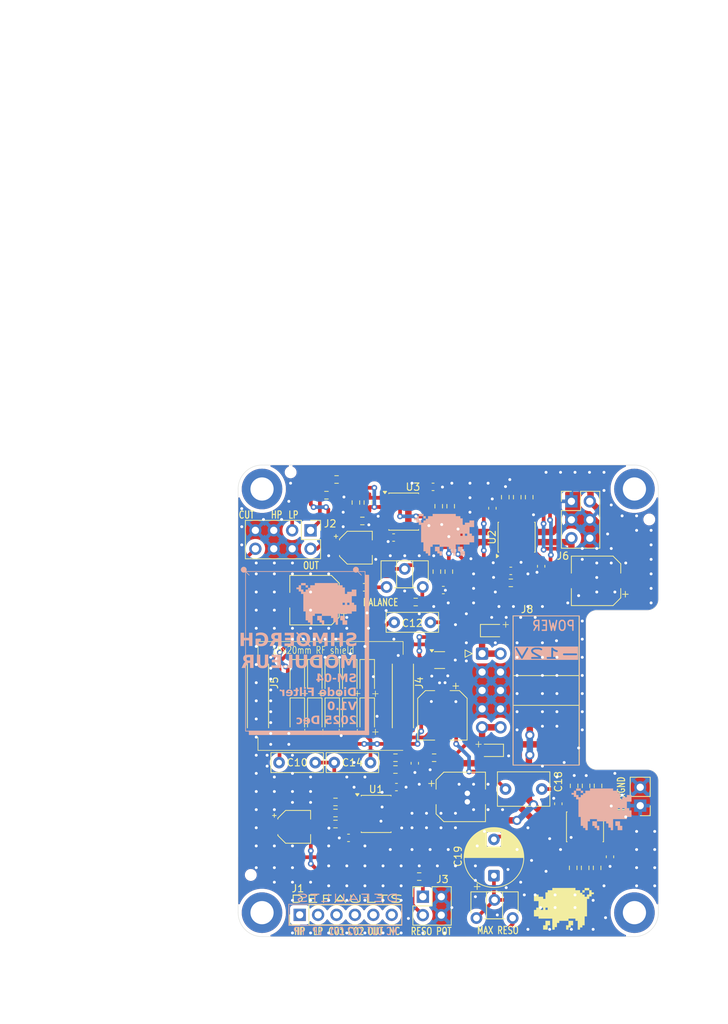
<source format=kicad_pcb>
(kicad_pcb (version 20241229) (generator "pcbnew") (generator_version "9.0")
  (layers (0 "F.Cu" signal) (2 "B.Cu" signal) (13 "F.Paste" user) (15 "B.Paste" user) (5 "F.SilkS" user "F.Silkscreen") (7 "B.SilkS" user "B.Silkscreen") (1 "F.Mask" user) (3 "B.Mask" user) (25 "Edge.Cuts" user))
  (net 0 "")
  (net 1 "GND")
  (net 2 "+12V")
  (net 3 "-12V")
  (net 4 "Net-(C7-Pad1)")
  (net 5 "CUTOFF")
  (net 6 "Net-(C10-Pad2)")
  (net 7 "Net-(D3-A)")
  (net 8 "Net-(C11-Pad2)")
  (net 9 "Net-(C11-Pad1)")
  (net 10 "Net-(D5-A)")
  (net 11 "Net-(C12-Pad2)")
  (net 12 "Net-(C13-Pad1)")
  (net 13 "Net-(D7-A)")
  (net 14 "Net-(D6-A)")
  (net 15 "Net-(C15-Pad1)")
  (net 16 "Net-(U4A-+)")
  (net 17 "Net-(C19-Pad1)")
  (net 18 "Net-(C19-Pad2)")
  (net 19 "Net-(C20-Pad1)")
  (net 20 "RESO_VALUE")
  (net 21 "Net-(D1-K)")
  (net 22 "Net-(D1-A)")
  (net 23 "Net-(D2-A)")
  (net 24 "Net-(D4-A)")
  (net 25 "Net-(D8-A)")
  (net 26 "Net-(D10-K)")
  (net 27 "Net-(D10-A)")
  (net 28 "Net-(D11-A)")
  (net 29 "Net-(D12-K)")
  (net 36 "HP")
  (net 37 "OUT")
  (net 38 "LP")
  (net 39 "RESO_MAX")
  (net 40 "Net-(Q1A-B1)")
  (net 41 "Net-(Q1A-E1)")
  (net 42 "Net-(U3B--)")
  (net 43 "Net-(R15-Pad1)")
  (net 44 "Net-(U3A--)")
  (net 45 "Net-(R8-Pad1)")
  (net 46 "Net-(U2B--)")
  (net 47 "Net-(R13-Pad1)")
  (net 48 "Net-(R22-Pad1)")
  (net 49 "Net-(U1A--)")
  (net 50 "Net-(U4A--)")
  (net 51 "Net-(U1A-+)")
  (net 52 "Net-(U4B--)")
  (net 53 "Net-(R31-Pad1)")
  (net 54 "Net-(U1B--)")
  (footprint "Package_SO:SOIC-8_3.9x4.9mm_P1.27mm" (layer "F.Cu") (at 162.436 98.946 90)
    (property "Reference" "U2")
    (property "Value" "TL072")
  )
  (footprint "Potentiometer_THT:Potentiometer_ACP_CA6-H2,5_Horizontal" (layer "F.Cu") (at 144.487 105.809 90)
    (property "Reference" "RV_BALANCE1")
    (property "Value" "1k")
  )
  (footprint "Resistor_SMD:R_0603_1608Metric_Pad0.98x0.95mm_HandSolder" (layer "F.Cu") (at 151.432 103.69 90)
    (property "Reference" "R18")
    (property "Value" "1k")
  )
  (footprint "Resistor_SMD:R_0603_1608Metric_Pad0.98x0.95mm_HandSolder" (layer "F.Cu") (at 137.589 90.99 180)
    (property "Reference" "R1")
    (property "Value" "20k")
  )
  (footprint "Resistor_SMD:R_0603_1608Metric_Pad0.98x0.95mm_HandSolder" (layer "F.Cu") (at 148.993 145.727 180)
    (property "Reference" "R30")
    (property "Value" "100k")
  )
  (footprint "Connector_PinHeader_2.54mm:PinHeader_2x04_P2.54mm_Vertical" (layer "F.Cu") (at 134 98 -90)
    (property "Reference" "J2")
    (property "Value" "Conn_02x04_Counter_Clockwise")
  )
  (footprint "Capacitor_THT:C_Rect_L7.0mm_W2.5mm_P5.00mm" (layer "F.Cu") (at 142.27 130.015302 180)
    (property "Reference" "C14")
    (property "Value" "1n (Foil)")
  )
  (footprint "Capacitor_SMD:CP_Elec_6.3x7.7" (layer "F.Cu") (at 134.541 107.627 180)
    (property "Reference" "C13")
    (property "Value" "100u")
  )
  (footprint "Resistor_SMD:R_0603_1608Metric_Pad0.98x0.95mm_HandSolder" (layer "F.Cu") (at 141.907 94.165 -90)
    (property "Reference" "R8")
    (property "Value" "10k")
  )
  (footprint "Connector_PinHeader_2.54mm:PinHeader_2x03_P2.54mm_Vertical" (layer "F.Cu") (at 170 94)
    (property "Reference" "J6")
    (property "Value" "Conn_02x03_Odd_Even")
  )
  (footprint "Diode_SMD:D_SOD-123" (layer "F.Cu") (at 136.994 118.164424 -90)
    (property "Reference" "D3")
    (property "Value" "1N4148")
  )
  (footprint "Resistor_SMD:R_0603_1608Metric_Pad0.98x0.95mm_HandSolder" (layer "F.Cu") (at 170.375 133.221 90)
    (property "Reference" "R24")
    (property "Value" "1M")
  )
  (footprint "Resistor_SMD:R_0603_1608Metric_Pad0.98x0.95mm_HandSolder" (layer "F.Cu") (at 172.026 133.221 90)
    (property "Reference" "R25")
    (property "Value" "22k")
  )
  (footprint "Diode_SMD:D_SOD-123" (layer "F.Cu") (at 136.994 123.461585 -90)
    (property "Reference" "D8")
    (property "Value" "1N4148")
  )
  (footprint "Resistor_SMD:R_0603_1608Metric_Pad0.98x0.95mm_HandSolder" (layer "F.Cu") (at 164.177 93.4265 90)
    (property "Reference" "R10")
    (property "Value" "200k")
  )
  (footprint "MountingHole:MountingHole_3.2mm_M3_DIN965_Pad" (layer "F.Cu") (at 178.7 150.7)
    (property "Reference" "H2")
    (property "Value" "MountingHole")
  )
  (footprint "Resistor_SMD:R_0603_1608Metric_Pad0.98x0.95mm_HandSolder" (layer "F.Cu") (at 162.526 93.4265 90)
    (property "Reference" "R12")
    (property "Value" "2.7k")
  )
  (footprint "Shmoergh_Custom_Footprints:Gyeszno" (layer "F.Cu") (at 168.958 150.172)
    (property "Reference" "G***" (hide yes))
    (property "Value" "LOGO" (hide yes))
  )
  (footprint "Diode_SMD:D_SOD-123" (layer "F.Cu") (at 139.407 123.460585 -90)
    (property "Reference" "D7")
    (property "Value" "1N4148")
  )
  (footprint "Resistor_SMD:R_0603_1608Metric_Pad0.98x0.95mm_HandSolder" (layer "F.Cu") (at 151.686 94.673 -90)
    (property "Reference" "R4")
    (property "Value" "10k")
  )
  (footprint "Capacitor_THT:CP_Radial_D8.0mm_P5.00mm" (layer "F.Cu") (at 159.306 145.6 90)
    (property "Reference" "C19")
    (property "Value" "4.7u")
  )
  (footprint "Capacitor_THT:C_Rect_L7.0mm_W2.5mm_P5.00mm" (layer "F.Cu") (at 145.543 110.675)
    (property "Reference" "C12")
    (property "Value" "1n (Foil)")
  )
  (footprint "Capacitor_THT:C_Rect_L7.0mm_W4.5mm_P5.00mm" (layer "F.Cu") (at 165.91 133.662 180)
    (property "Reference" "C18")
    (property "Value" "1u (foil)")
  )
  (footprint "Resistor_SMD:R_0603_1608Metric_Pad0.98x0.95mm_HandSolder" (layer "F.Cu") (at 153.083 103.69 -90)
    (property "Reference" "R17")
    (property "Value" "390")
  )
  (footprint "Connector_PinHeader_2.54mm:PinHeader_1x06_P2.54mm_Vertical" (layer "F.Cu") (at 132.5 151 90)
    (property "Reference" "J1")
    (property "Value" "Conn_01x06")
  )
  (footprint "Capacitor_SMD:C_0603_1608Metric" (layer "F.Cu") (at 145.85 133.391)
    (property "Reference" "C8")
    (property "Value" "100n")
  )
  (footprint "Diode_SMD:D_SOD-123" (layer "F.Cu") (at 134.581 118.164424 -90)
    (property "Reference" "D4")
    (property "Value" "1N4148")
  )
  (footprint "Resistor_SMD:R_0603_1608Metric_Pad0.98x0.95mm_HandSolder" (layer "F.Cu") (at 136.192 93.149 180)
    (property "Reference" "R6")
    (property "Value" "10k")
  )
  (footprint "Capacitor_THT:C_Rect_L7.0mm_W2.5mm_P5.00mm" (layer "F.Cu") (at 129.65 130.015302)
    (property "Reference" "C10")
    (property "Value" "1n (Foil)")
  )
  (footprint "MountingHole:MountingHole_3.2mm_M3_DIN965_Pad" (layer "F.Cu") (at 127.3 92.3)
    (property "Reference" "H1")
    (property "Value" "MountingHole")
  )
  (footprint "Diode_SMD:D_SOD-123" (layer "F.Cu") (at 139.407 118.164424 -90)
    (property "Reference" "D2")
    (property "Value" "1N4148")
  )
  (footprint "Shmoergh_Custom_Footprints:HARWIN_S1711-46R" (layer "F.Cu") (at 146.74 120.828 -90)
    (property "Reference" "J4")
    (property "Value" "S1711-46R")
  )
  (footprint "Diode_SMD:D_SOD-123" (layer "F.Cu") (at 141.82 123.461585 -90)
    (property "Reference" "D6")
    (property "Value" "1N4148")
  )
  (footprint "Capacitor_SMD:C_0603_1608Metric" (layer "F.Cu") (at 165.828 102.9515 90)
    (property "Reference" "C4")
    (property "Value" "100n")
  )
  (footprint "Resistor_SMD:R_0603_1608Metric_Pad0.98x0.95mm_HandSolder" (layer "F.Cu") (at 137.4385 136.964)
    (property "Reference" "R28")
    (property "Value" "220k")
  )
  (footprint "Resistor_SMD:R_0603_1608Metric_Pad0.98x0.95mm_HandSolder" (layer "F.Cu") (at 141.526 105.849 180)
    (property "Reference" "R22")
    (property "Value" "1.5k")
  )
  (footprint "Capacitor_SMD:CP_Elec_6.3x7.7" (layer "F.Cu") (at 154.734 134.74166)
    (property "Reference" "C21")
    (property "Value" "100u")
  )
  (footprint "Capacitor_SMD:C_0603_1608Metric" (layer "F.Cu") (at 175.328 143 -90)
    (property "Reference" "C5")
    (property "Value" "100n")
  )
  (footprint "Shmoergh_Custom_Footprints:HARWIN_S1711-46R" (layer "F.Cu") (at 126.74 120.828 -90)
    (property "Reference" "J5")
    (property "Value" "S1711-46R")
  )
  (footprint "Capacitor_SMD:C_0603_1608Metric" (layer "F.Cu") (at 159.097 94.9505 90)
    (property "Reference" "C3")
    (property "Value" "100n")
  )
  (footprint "MountingHole:ToolingHole_1.152mm" (layer "F.Cu") (at 125.75 145.5)
    (property "Reference" "REF**" (hide yes))
    (property "Value" "ToolingHole_1.152mm")
  )
  (footprint "Package_SO:SOIC-8_3.9x4.9mm_P1.27mm" (layer "F.Cu") (at 171.879 138.869 -90)
    (property "Reference" "U4")
    (property "Value" "TL072")
  )
  (footprint "Resistor_SMD:R_0603_1608Metric_Pad0.98x0.95mm_HandSolder" (layer "F.Cu") (at 148.511 107.881 180)
    (property "Reference" "R13")
    (property "Value" "1.5k")
  )
  (footprint "Package_SO:SOIC-8_3.9x4.9mm_P1.27mm" (layer "F.Cu") (at 146.86 95.416)
    (property "Reference" "U3")
    (property "Value" "TL072")
  )
  (footprint "Resistor_SMD:R_0603_1608Metric_Pad0.98x0.95mm_HandSolder" (layer "F.Cu") (at 171.899 144.524 -90)
    (property "Reference" "R31")
    (property "Value" "100k")
  )
  (footprint "Resistor_SMD:R_0603_1608Metric_Pad0.98x0.95mm_HandSolder" (layer "F.Cu") (at 145.717 130.972 180)
    (property "Reference" "R16")
    (property "Value" "100")
  )
  (footprint "Diode_SMD:D_SOD-123" (layer "F.Cu") (at 134.581 123.461585 -90)
    (property "Reference" "D9")
    (property "Value" "1N4148")
  )
  (footprint "Connector_PinHeader_2.54mm:PinHeader_2x02_P2.54mm_Vertical" (layer "F.Cu") (at 149.5 148.5)
    (property "Reference" "J3")
    (property "Value" "Conn_02x02_Counter_Clockwise")
  )
  (footprint "Resistor_SMD:R_0603_1608Metric_Pad0.98x0.95mm_HandSolder" (layer "F.Cu") (at 173.677 133.221 -90)
    (property "Reference" "R26")
    (property "Value" "47k")
  )
  (footprint "Package_TO_SOT_SMD:SOT-363_SC-70-6" (layer "F.Cu") (at 151.813 115.882)
    (property "Reference" "Q1")
    (property "Value" "BC847BS")
  )
  (footprint "Diode_SMD:D_SOD-123" (layer "F.Cu") (at 141.82 118.164424 -90)
    (property "Reference" "D1")
    (property "Value" "1N4148")
  )
  (footprint "Resistor_SMD:R_0603_1608Metric_Pad0.98x0.95mm_HandSolder" (layer "F.Cu") (at 152.448 97.213 180)
    (property "Reference" "R19")
    (property "Value" "1k")
  )
  (footprint "Resistor_SMD:R_0603_1608Metric_Pad0.98x0.95mm_HandSolder" (layer "F.Cu") (at 140.256 94.165 90)
    (property "Reference" "R9")
    (property "Value" "47k")
  )
  (footprint "Resistor_SMD:R_0603_1608Metric_Pad0.98x0.95mm_HandSolder" (layer "F.Cu") (at 170.248 144.524 -90)
    (property "Reference" "R29")
    (property "Value" "10k")
  )
  (footprint "Capacitor_SMD:C_0603_1608Metric" (layer "F.Cu") (at 152.321 106.23)
    (property "Reference" "C16")
    (property "Value" "100n")
  )
  (footprint "Capacitor_SMD:C_0603_1608Metric" (layer "F.Cu") (at 161.637 103.5865)
    (property "Reference" "C7")
    (property "Value" "10n")
  )
  (footprint "MountingHole:ToolingHole_1.152mm" (layer "F.Cu") (at 180.75 96.5)
    (property "Reference" "REF**" (hide yes))
    (property "Value" "ToolingHole_1.152mm")
  )
  (footprint "Connector_PinHeader_2.54mm:PinHeader_1x02_P2.54mm_Vertical" (layer "F.Cu") (at 179.499 135.953 180)
    (property "Reference" "J7")
    (property "Value" "Conn_01x02")
  )
  (footprint "MountingHole:MountingHole_3.2mm_M3_DIN965_Pad" (layer "F.Cu") (at 178.7 92.3)
    (property "Reference" "H4")
    (property "Value" "MountingHole")
  )
  (footprint "Package_SO:SOIC-8_3.9x4.9mm_P1.27mm" (layer "F.Cu") (at 143.05 137.091)
    (property "Reference" "U1")
    (property "Value" "TL072")
  )
  (footprint "Capacitor_SMD:C_0603_1608Metric" (layer "F.Cu") (at 148.384 130.106 -90)
    (property "Reference" "C15")
    (property "Value" "100n")
  )
  (footprint "Resistor_SMD:R_0603_1608Metric_Pad0.98x0.95mm_HandSolder" (layer "F.Cu") (at 141.145 96.705)
    (property "Reference" "R11")
    (property "Value" "180k")
  )
  (footprint "Diode_SMD:D_SOD-123" (layer "F.Cu") (at 132.168 123.461585 -90)
    (property "Reference" "D10")
    (property "Value" "1N4148")
  )
  (footprint "Diode_SMD:D_SOD-123" (layer "F.Cu") (at 132.168 118.164424 -90)
    (property "Reference" "D5")
    (property "Value" "1N4148")
  )
  (footprint "Capacitor_SMD:CP_Elec_4x5.7" (layer "F.Cu") (at 140.256 100.388)
    (property "Reference" "C11")
    (property "Value" "2.2u")
  )
  (footprint "MountingHole:ToolingHole_1.152mm" (layer "F.Cu") (at 131.25 90)
    (property "Reference" "REF**" (hide yes))
    (property "Value" "ToolingHole_1.152mm")
  )
  (footprint "Resistor_SMD:R_0603_1608Metric_Pad0.98x0.95mm_HandSolder" (layer "F.Cu") (at 173.55 144.524 90)
    (property "Reference" "R32")
    (property "Value" "1k")
  )
  (footprint "Resistor_SMD:R_0603_1608Metric_Pad0.98x0.95mm_HandSolder" (layer "F.Cu") (at 153.337 94.673 -90)
    (property "Reference" "R15")
    (property "Value" "33k")
  )
  (footprint "Connector_IDC:IDC-Header_2x05_P2.54mm_Horizontal" (layer "F.Cu") (at 157.6725 114.993)
    (property "Reference" "J8")
    (property "Value" "Conn_02x05_Odd_Even")
  )
  (footprint "MountingHole:MountingHole_3.2mm_M3_DIN965_Pad" (layer "F.Cu") (at 127.3 150.7)
    (property "Reference" "H3")
    (property "Value" "MountingHole")
  )
  (footprint "Capacitor_SMD:CP_Elec_6.3x7.7" (layer "F.Cu") (at 173.403 104.96 180)
    (property "Reference" "C22")
    (property "Value" "100u")
  )
  (footprint "Resistor_SMD:R_0603_1608Metric_Pad0.98x0.95mm_HandSolder" (layer "F.Cu") (at 137.4385 135.44 180)
    (property "Reference" "R23")
    (property "Value" "1k")
  )
  (footprint "Resistor_SMD:R_0603_1608Metric_Pad0.98x0.95mm_HandSolder" (layer "F.Cu") (at 160.875 93.4265 90)
    (property "Reference" "R14")
    (property "Value" "2.2k")
  )
  (footprint "Diode_SMD:D_SOD-323" (layer "F.Cu") (at 159.052 111.818)
    (property "Reference" "D12")
    (property "Value" "1N5817")
  )
  (footprint "Resistor_SMD:R_0603_1608Metric_Pad0.98x0.95mm_HandSolder" (layer "F.Cu") (at 151.051 129.344 180)
    (property "Reference" "R20")
    (property "Value" "3.9k")
  )
  (footprint "Potentiometer_THT:Potentiometer_ACP_CA6-H2,5_Horizontal" (layer "F.Cu") (at 156.893 151.442 90)
    (property "Reference" "RV_MAX_RESO1")
    (property "Value" "100k")
  )
  (footprint "Capacitor_SMD:CP_Elec_4x5.4" (layer "F.Cu") (at 131.747 138.869)
    (property "Reference" "C20")
    (property "Value" "10u")
  )
  (footprint "Resistor_SMD:R_0603_1608Metric_Pad0.98x0.95mm_HandSolder" (layer "F.Cu") (at 161.637 105.2375)
    (property "Reference" "R7")
    (property "Value" "56k")
  )
  (footprint "Capacitor_SMD:C_0603_1608Metric" (layer "F.Cu") (at 168.196 135.694 -90)
    (property "Reference" "C6")
    (property "Value" "100n")
  )
  (footprint "Resistor_SMD:R_0603_1608Metric_Pad0.98x0.95mm_HandSolder" (layer "F.Cu") (at 137.4385 138.488 180)
    (property "Reference" "R27")
    (property "Value" "1M")
  )
  (footprint "Capacitor_SMD:CP_Elec_6.3x7.7" (layer "F.Cu") (at 152.194 123.502 -90)
    (property "Reference" "C17")
    (property "Value" "100u")
  )
  (footprint "Capacitor_SMD:C_0603_1608Metric" (layer "F.Cu") (at 139.24 140.393)
    (property "Reference" "C9")
    (property "Value" "100n")
  )
  (footprint "Resistor_SMD:R_0603_1608Metric_Pad0.98x0.95mm_HandSolder" (layer "F.Cu") (at 145.717 129.344 180)
    (property "Reference" "R21")
    (property "Value" "200")
  )
  (footprint "Capacitor_SMD:C_0603_1608Metric" (layer "F.Cu") (at 150.9025 92.004)
    (property "Reference" "C1")
    (property "Value" "100n")
  )
  (footprint "Diode_SMD:D_SOD-323" (layer "F.Cu") (at 159.018 128.328 180)
    (property "Reference" "D11")
    (property "Value" "1N5817")
  )
  (footprint "Capacitor_SMD:C_0603_1608Metric" (layer "F.Cu") (at 145.463 98.991)
    (property "Reference" "C2")
    (property "Value" "100n")
  )
  (footprint "Shmoergh_Custom_Footprints:Gyeszno" (layer "B.Cu") (at 136.192 108.135 180)
    (property "Reference" "G***" (hide yes))
    (property "Value" "LOGO" (hide yes))
  )
  (footprint "Shmoergh_Custom_Footprints:Gyeszno" (layer "B.Cu") (at 152.448 98.61 180)
    (property "Reference" "G***" (hide yes))
    (property "Value" "LOGO" (hide yes))
  )
  (footprint "Shmoergh_Custom_Footprints:Gyeszno" (layer "B.Cu") (at 174.165 136.456 180)
    (property "Reference" "G***" (hide yes))
    (property "Value" "LOGO" (hide yes))
  )
  (gr_line (start 146.74 113.328) (end 126.74 113.328) (stroke (width 0.1)) (layer "F.SilkS"))
  (gr_line (start 126.74 115.1165) (end 126.74 113.3315) (stroke (width 0.1)) (layer "F.SilkS"))
  (gr_line (start 126.74 128.328) (end 126.74 126.543) (stroke (width 0.1)) (layer "F.SilkS"))
  (gr_line (start 146.738 128.328) (end 126.74 128.328) (stroke (width 0.1)) (layer "F.SilkS"))
  (gr_line (start 146.773 115.113) (end 146.773 113.328) (stroke (width 0.1)) (layer "F.SilkS"))
  (gr_rect (start 130.985 149.537) (end 146.606 152.458) (stroke (width 0.1)) (fill no) (layer "B.SilkS"))
  (gr_rect (start 141.526 104.174) (end 142.026 126.177) (stroke (width 0.1)) (fill yes) (layer "B.SilkS"))
  (gr_rect (start 125.026 103.674) (end 141.526 125.677) (stroke (width 0.1)) (fill no) (layer "B.SilkS"))
  (gr_circle (center 124.776 103.424) (end 124.526 103.674) (stroke (width 0.1)) (fill yes) (layer "B.SilkS"))
  (gr_line (start 141.006 104.174) (end 140.256 103.424) (stroke (width 0.1)) (layer "B.SilkS"))
  (gr_circle (center 140.256 103.424) (end 140.006 103.674) (stroke (width 0.1)) (fill yes) (layer "B.SilkS"))
  (gr_rect (start 161.973 109.786) (end 171.117 130.36) (stroke (width 0.1)) (fill no) (layer "B.SilkS"))
  (gr_rect (start 125.529 125.661) (end 142.029 126.161) (stroke (width 0.1)) (fill yes) (layer "B.SilkS"))
  (gr_line (start 125.526 104.174) (end 124.776 103.424) (stroke (width 0.1)) (layer "B.SilkS"))
  (gr_line (start 173.5 109) (end 180.5 109) (stroke (width 0.05)) (layer "Edge.Cuts"))
  (gr_line (start 180.5 131) (end 173.5 131) (stroke (width 0.05)) (layer "Edge.Cuts"))
  (gr_arc (start 173.5 131) (mid 172.43934 130.56066) (end 172 129.5) (stroke (width 0.05)) (layer "Edge.Cuts"))
  (gr_arc (start 178.7 89) (mid 181.033452 89.966548) (end 182 92.3) (stroke (width 0.05)) (layer "Edge.Cuts"))
  (gr_arc (start 172 110.5) (mid 172.43934 109.43934) (end 173.5 109) (stroke (width 0.05)) (layer "Edge.Cuts"))
  (gr_line (start 127.3 89) (end 178.7 89) (stroke (width 0.05)) (layer "Edge.Cuts"))
  (gr_line (start 172 129.5) (end 172 110.5) (stroke (width 0.05)) (layer "Edge.Cuts"))
  (gr_arc (start 127.3 154) (mid 124.966548 153.033452) (end 124 150.7) (stroke (width 0.05)) (layer "Edge.Cuts"))
  (gr_line (start 178.7 154) (end 127.3 154) (stroke (width 0.05)) (layer "Edge.Cuts"))
  (gr_line (start 182 107.5) (end 182 92.3) (stroke (width 0.05)) (layer "Edge.Cuts"))
  (gr_arc (start 124 92.3) (mid 124.966548 89.966548) (end 127.3 89) (stroke (width 0.05)) (layer "Edge.Cuts"))
  (gr_arc (start 182 150.7) (mid 181.033452 153.033452) (end 178.7 154) (stroke (width 0.05)) (layer "Edge.Cuts"))
  (gr_line (start 124 150.7) (end 124 92.3) (stroke (width 0.05)) (layer "Edge.Cuts"))
  (gr_arc (start 180.5 131) (mid 181.56066 131.43934) (end 182 132.5) (stroke (width 0.05)) (layer "Edge.Cuts"))
  (gr_line (start 182 132.5) (end 182 150.7) (stroke (width 0.05)) (layer "Edge.Cuts"))
  (gr_arc (start 182 107.5) (mid 181.56066 108.56066) (end 180.5 109) (stroke (width 0.05)) (layer "Edge.Cuts"))
  (gr_text "TP:2xGND" (at 177.467 137.345 90) (layer "F.SilkS") (effects (font (size 1 0.75) (thickness 0.15) (bold yes)) (justify left bottom)))
  (gr_text "HP" (at 128.445 96.451 0) (layer "F.SilkS") (effects (font (size 1 0.75) (thickness 0.15) (bold yes)) (justify left bottom)))
  (gr_text "+" (at 160.25 111.5 0) (layer "F.SilkS") (effects (font (size 1 1) (thickness 0.1)) (justify left bottom)))
  (gr_text "CO1" (at 137.589 153.855 0) (layer "F.SilkS") (effects (font (size 1 0.75) (thickness 0.15) (bold yes)) (justify bottom)))
  (gr_text "+" (at 142.44 119.842 270) (layer "F.SilkS") (effects (font (size 1 1) (thickness 0.1)) (justify left bottom)))
  (gr_text "DEFAULTS" (at 138.986 149.41 0) (layer "F.SilkS") (effects (font (size 1 2.2) (thickness 0.15) (bold yes)) (justify bottom)))
  (gr_text "BALANCE" (at 141.145 108.516 0) (layer "F.SilkS") (effects (font (size 1 0.75) (thickness 0.15) (bold yes)) (justify left bottom)))
  (gr_text "+" (at 139.94 125.111585 270) (layer "F.SilkS") (effects (font (size 1 1) (thickness 0.1)) (justify left bottom)))
  (gr_text "+" (at 132.69 119.814424 270) (layer "F.SilkS") (effects (font (size 1 1) (thickness 0.1)) (justify left bottom)))
  (gr_text "LP" (at 135.049 153.855 0) (layer "F.SilkS") (effects (font (size 1 0.75) (thickness 0.15) (bold yes)) (justify bottom)))
  (gr_text "+" (at 134.94 119.814424 270) (layer "F.SilkS") (effects (font (size 1 1) (thickness 0.1)) (justify left bottom)))
  (gr_text "+" (at 142.44 125.110585 270) (layer "F.SilkS") (effects (font (size 1 1) (thickness 0.1)) (justify left bottom)))
  (gr_text "RESO POT" (at 147.749 153.855 0) (layer "F.SilkS") (effects (font (size 1 0.75) (thickness 0.15) (bold yes)) (justify left bottom)))
  (gr_text "+" (at 135.19 125.111585 270) (layer "F.SilkS") (effects (font (size 1 1) (thickness 0.1)) (justify left bottom)))
  (gr_text "+" (at 156.5 128 0) (layer "F.SilkS") (effects (font (size 1 1) (thickness 0.1)) (justify left bottom)))
  (gr_text "15x20mm RF shield" (at 128.612 115.113 0) (layer "F.SilkS") (effects (font (size 1 0.75) (thickness 0.1)) (justify left bottom)))
  (gr_text "CUT" (at 124 96.451 0) (layer "F.SilkS") (effects (font (size 1 0.75) (thickness 0.15) (bold yes)) (justify left bottom)))
  (gr_text "+" (at 132.69 125.092 270) (layer "F.SilkS") (effects (font (size 1 1) (thickness 0.1)) (justify left bottom)))
  (gr_text "OUT" (at 132.89 103.436 0) (layer "F.SilkS") (effects (font (size 1 0.75) (thickness 0.15) (bold yes)) (justify left bottom)))
  (gr_text "OUT" (at 142.923 153.855 0) (layer "F.SilkS") (effects (font (size 1 0.75) (thickness 0.15) (bold yes)) (justify bottom)))
  (gr_text "+" (at 137.44 125.111585 270) (layer "F.SilkS") (effects (font (size 1 1) (thickness 0.1)) (justify left bottom)))
  (gr_text "NC" (at 145.59 153.855 0) (layer "F.SilkS") (effects (font (size 1 0.75) (thickness 0.15) (bold yes)) (justify bottom)))
  (gr_text "CO2" (at 140.256 153.855 0) (layer "F.SilkS") (effects (font (size 1 0.75) (thickness 0.15) (bold yes)) (justify bottom)))
  (gr_text "HP" (at 132.509 153.855 0) (layer "F.SilkS") (effects (font (size 1 0.75) (thickness 0.15) (bold yes)) (justify bottom)))
  (gr_text "MAX RESO" (at 156.893 153.728 0) (layer "F.SilkS") (effects (font (size 1 0.75) (thickness 0.15) (bold yes)) (justify left bottom)))
  (gr_text "+" (at 139.94 119.814424 270) (layer "F.SilkS") (effects (font (size 1 1) (thickness 0.1)) (justify left bottom)))
  (gr_text "LP" (at 130.858 96.451 0) (layer "F.SilkS") (effects (font (size 1 0.75) (thickness 0.15) (bold yes)) (justify left bottom)))
  (gr_text "+" (at 137.44 119.814424 270) (layer "F.SilkS") (effects (font (size 1 1) (thickness 0.1)) (justify left bottom)))
  (gr_text "LP" (at 135.684 153.855 0) (layer "B.SilkS") (effects (font (size 1 0.75) (thickness 0.15) (bold yes)) (justify left bottom mirror)))
  (gr_text "-12V" (at 171.371 115.755 0) (layer "B.SilkS" knockout) (effects (font (size 1.3 2.25) (thickness 0.25) (bold yes)) (justify left bottom mirror)))
  (gr_text "NC" (at 145.209 153.855 0) (layer "B.SilkS") (effects (font (size 1 0.75) (thickness 0.15) (bold yes)) (justify bottom mirror)))
  (gr_text "SM-04 \nDiode Filter\nV1.0\n2025 Dec" (at 140.383 124.899 0) (layer "B.SilkS") (effects (font (size 1.15 1.15) (thickness 0.2) (bold yes)) (justify left bottom mirror)))
  (gr_text "POWER" (at 170.609 111.945 0) (layer "B.SilkS") (effects (font (size 1.35 1.15) (thickness 0.2) (bold yes)) (justify left bottom mirror)))
  (gr_text "CV2" (at 140.129 153.855 0) (layer "B.SilkS") (effects (font (size 1 0.75) (thickness 0.15) (bold yes)) (justify bottom mirror)))
  (gr_text "CV1" (at 137.589 153.855 0) (layer "B.SilkS") (effects (font (size 1 0.75) (thickness 0.15) (bold yes)) (justify bottom mirror)))
  (gr_text "SHMØERGH \nMODULEUR" (at 140.51 117.279 0) (layer "B.SilkS") (effects (font (size 1.8 1.8) (thickness 0.28) (bold yes)) (justify left bottom mirror)))
  (gr_text "HP" (at 133.271 153.855 0) (layer "B.SilkS") (effects (font (size 1 0.75) (thickness 0.15) (bold yes)) (justify left bottom mirror)))
  (gr_text "OUT" (at 142.923 153.855 0) (layer "B.SilkS") (effects (font (size 1 0.75) (thickness 0.15) (bold yes)) (justify bottom mirror)))
  (gr_text "DEFAULTS" (at 139.113 149.283 0) (layer "B.SilkS") (effects (font (size 1 2) (thickness 0.15) (bold yes)) (justify bottom mirror)))
  (segment (start 153.972 115.882) (end 152.763 115.882) (width 0.381) (layer "F.Cu") (net 1))
  (via (at 167 140.5) (size 0.8) (drill 0.4) (layers "F.Cu" "B.Cu") (net 1))
  (via (at 163 146.5) (size 0.8) (drill 0.4) (layers "F.Cu" "B.Cu") (net 1))
  (via (at 181 100) (size 0.8) (drill 0.4) (layers "F.Cu" "B.Cu") (net 1))
  (via (at 136 115.5) (size 0.8) (drill 0.4) (layers "F.Cu" "B.Cu") (net 1))
  (via (at 129 146.5) (size 0.8) (drill 0.4) (layers "F.Cu" "B.Cu") (net 1))
  (via (at 126.5 111.5) (size 0.8) (drill 0.4) (layers "F.Cu" "B.Cu") (net 1))
  (via (at 139 153.5) (size 0.8) (drill 0.4) (layers "F.Cu" "B.Cu") (net 1))
  (via (at 131.5 134) (size 0.8) (drill 0.4) (layers "F.Cu" "B.Cu") (net 1))
  (via (at 128.5 121.5) (size 0.8) (drill 0.4) (layers "F.Cu" "B.Cu") (net 1))
  (via (at 181 98) (size 0.8) (drill 0.4) (layers "F.Cu" "B.Cu") (net 1))
  (via (at 154 139) (size 0.8) (drill 0.4) (layers "F.Cu" "B.Cu") (net 1))
  (via (at 129 114) (size 0.8) (drill 0.4) (layers "F.Cu" "B.Cu") (net 1))
  (via (at 143.871678 136.137149) (size 0.8) (drill 0.4) (layers "F.Cu" "B.Cu") (net 1))
  (via (at 162.5 120.5) (size 0.8) (drill 0.4) (layers "F.Cu" "B.Cu") (net 1))
  (via (at 136.529423 139.047305) (size 0.8) (drill 0.4) (layers "F.Cu" "B.Cu") (net 1))
  (via (at 171.5 100.5) (size 0.8) (drill 0.4) (layers "F.Cu" "B.Cu") (net 1))
  (via (at 181.5 139.5) (size 0.8) (drill 0.4) (layers "F.Cu" "B.Cu") (net 1))
  (via (at 179 147) (size 0.8) (drill 0.4) (layers "F.Cu" "B.Cu") (net 1))
  (via (at 167.942 113.215) (size 0.8) (drill 0.4) (layers "F.Cu" "B.Cu") (net 1))
  (via (at 156 95.5) (size 0.8) (drill 0.4) (layers "F.Cu" "B.Cu") (net 1))
  (via (at 148 142) (size 0.8) (drill 0.4) (layers "F.Cu" "B.Cu") (net 1))
  (via (at 164.768777 95.851014) (size 0.8) (drill 0.4) (layers "F.Cu" "B.Cu") (net 1))
  (via (at 173.5 106.5) (size 0.8) (drill 0.4) (layers "F.Cu" "B.Cu") (net 1))
  (via (at 167.75 148.25) (size 0.8) (drill 0.4) (layers "F.Cu" "B.Cu") (net 1))
  (via (at 139 111.5) (size 0.8) (drill 0.4) (layers "F.Cu" "B.Cu") (net 1))
  (via (at 161 147.25) (size 0.8) (drill 0.4) (layers "F.Cu" "B.Cu") (net 1))
  (via (at 147.5 151.5) (size 0.8) (drill 0.4) (layers "F.Cu" "B.Cu") (net 1))
  (via (at 129 104) (size 0.8) (drill 0.4) (layers "F.Cu" "B.Cu") (net 1))
  (via (at 126.5 126.5) (size 0.8) (drill 0.4) (layers "F.Cu" "B.Cu") (net 1))
  (via (at 144 147) (size 0.8) (drill 0.4) (layers "F.Cu" "B.Cu") (net 1))
  (via (at 169 130) (size 0.8) (drill 0.4) (layers "F.Cu" "B.Cu") (net 1))
  (via (at 152.560031 118.999999) (size 0.8) (drill 0.4) (layers "F.Cu" "B.Cu") (net 1))
  (via (at 152 139) (size 0.8) (drill 0.4) (layers "F.Cu" "B.Cu") (net 1))
  (via (at 156.75 144.25) (size 0.8) (drill 0.4) (layers "F.Cu" "B.Cu") (net 1))
  (via (at 166.5 90) (size 0.8) (drill 0.4) (layers "F.Cu" "B.Cu") (net 1))
  (via (at 146.5 147) (size 0.8) (drill 0.4) (layers "F.Cu" "B.Cu") (net 1))
  (via (at 171.5 123) (size 0.8) (drill 0.4) (layers "F.Cu" "B.Cu") (net 1))
  (via (at 134 106.5) (size 0.8) (drill 0.4) (layers "F.Cu" "B.Cu") (net 1))
  (via (at 129 141.5) (size 0.8) (drill 0.4) (layers "F.Cu" "B.Cu") (net 1))
  (via (at 165 148.25) (size 0.8) (drill 0.4) (layers "F.Cu" "B.Cu") (net 1))
  (via (at 181 108) (size 0.8) (drill 0.4) (layers "F.Cu" "B.Cu") (net 1))
  (via (at 179 144.5) (size 0.8) (drill 0.4) (layers "F.Cu" "B.Cu") (net 1))
  (via (at 139.5 115) (size 0.8) (drill 0.4) (layers "F.Cu" "B.Cu") (net 1))
  (via (at 134.5 113) (size 0.8) (drill 0.4) (layers "F.Cu" "B.Cu") (net 1))
  (via (at 150.329161 97.347167) (size 0.8) (drill 0.4) (layers "F.Cu" "B.Cu") (net 1))
  (via (at 138.605 93.403) (size 0.8) (drill 0.4) (layers "F.Cu" "B.Cu") (net 1))
  (via (at 164.5 143.5) (size 0.8) (drill 0.4) (layers "F.Cu" "B.Cu") (net 1))
  (via (at 134 149) (size 0.8) (drill 0.4) (layers "F.Cu" "B.Cu") (net 1))
  (via (at 141.5 141.5) (size 0.8) (drill 0.4) (layers "F.Cu" "B.Cu") (net 1))
  (via (at 162.5 142) (size 0.8) (drill 0.4) (layers "F.Cu" "B.Cu") (net 1))
  (via (at 131.5 141.5) (size 0.8) (drill 0.4) (layers "F.Cu" "B.Cu") (net 1))
  (via (at 171.5 102) (size 0.8) (drill 0.4) (layers "F.Cu" "B.Cu") (net 1))
  (via (at 166 120.5) (size 0.8) (drill 0.4) (layers "F.Cu" "B.Cu") (net 1))
  (via (at 165.75 150) (size 0.8) (drill 0.4) (layers "F.Cu" "B.Cu") (net 1))
  (via (at 177.5 137.5) (size 0.8) (drill 0.4) (layers "F.Cu" "B.Cu") (net 1))
  (via (at 126.5 144.5) (size 0.8) (drill 0.4) (layers "F.Cu" "B.Cu") (net 1))
  (via (at 148 139) (size 0.8) (drill 0.4) (layers "F.Cu" "B.Cu") (net 1))
  (via (at 162.5 125.5) (size 0.8) (drill 0.4) (layers "F.Cu" "B.Cu") (net 1))
  (via (at 171 107) (size 0.8) (drill 0.4) (layers "F.Cu" "B.Cu") (net 1))
  (via (at 166 130.5) (size 0.8) (drill 0.4) (layers "F.Cu" "B.Cu") (net 1))
  (via (at 141.5 144.25) (size 0.8) (drill 0.4) (layers "F.Cu" "B.Cu") (net 1))
  (via (at 174.5 92.5) (size 0.8) (drill 0.4) (layers "F.Cu" "B.Cu") (net 1))
  (via (at 149.5 153.5) (size 0.8) (drill 0.4) (layers "F.Cu" "B.Cu") (net 1))
  (via (at 161.25 144.75) (size 0.8) (drill 0.4) (layers "F.Cu" "B.Cu") (net 1))
  (via (at 140 130) (size 0.8) (drill 0.4) (layers "F.Cu" "B.Cu") (net 1))
  (via (at 169.5 108) (size 0.8) (drill 0.4) (layers "F.Cu" "B.Cu") (net 1))
  (via (at 158.5 133) (size 0.8) (drill 0.4) (layers "F.Cu" "B.Cu") (net 1))
  (via (at 165 110) (size 0.8) (drill 0.4) (layers "F.Cu" "B.Cu") (net 1))
  (via (at 143.177 123.629) (size 0.8) (drill 0.4) (layers "F.Cu" "B.Cu") (net 1))
  (via (at 150 139) (size 0.8) (drill 0.4) (layers "F.Cu" "B.Cu") (net 1))
  (via (at 128.5 117) (size 0.8) (drill 0.4) (layers "F.Cu" "B.Cu") (net 1))
  (via (at 126.5 104) (size 0.8) (drill 0.4) (layers "F.Cu" "B.Cu") (net 1))
  (via (at 147.178863 133.399489) (size 0.8) (drill 0.4) (layers "F.Cu" "B.Cu") (net 1))
  (via (at 138.224 126.296) (size 0.8) (drill 0.4) (layers "F.Cu" "B.Cu") (net 1))
  (via (at 160 108.5) (size 0.8) (drill 0.4) (layers "F.Cu" "B.Cu") (net 1))
  (via (at 146.577879 139.019663) (size 0.8) (drill 0.4) (layers "F.Cu" "B.Cu") (net 1))
  (via (at 175.5 100.5) (size 0.8) (drill 0.4) (layers "F.Cu" "B.Cu") (net 1))
  (via (at 129 111.5) (size 0.8) (drill 0.4) (layers "F.Cu" "B.Cu") (net 1))
  (via (at 171.5 110.5) (size 0.8) (drill 0.4) (layers "F.Cu" "B.Cu") (net 1))
  (via (at 134 135.5) (size 0.8) (drill 0.4) (layers "F.Cu" "B.Cu") (net 1))
  (via (at 164 139) (size 0.8) (drill 0.4) (layers "F.Cu" "B.Cu") (net 1))
  (via (at 159 110) (size 0.8) (drill 0.4) (layers "F.Cu" "B.Cu") (net 1))
  (via (at 155.635857 135.425082) (size 1.27) (drill 0.75) (layers "F.Cu" "B.Cu") (net 1))
  (via (at 170.5 90) (size 0.8) (drill 0.4) (layers "F.Cu" "B.Cu") (net 1))
  (via (at 153.972 115.882) (size 0.8) (drill 0.4) (layers "F.Cu" "B.Cu") (net 1))
  (via (at 152 137) (size 0.8) (drill 0.4) (layers "F.Cu" "B.Cu") (net 1))
  (via (at 165.251264 103.780438) (size 0.8) (drill 0.4) (layers "F.Cu" "B.Cu") (net 1))
  (via (at 129 102.5) (size 0.8) (drill 0.4) (layers "F.Cu" "B.Cu") (net 1))
  (via (at 131.5 135.5) (size 0.8) (drill 0.4) (layers "F.Cu" "B.Cu") (net 1))
  (via (at 171.5 125.5) (size 0.8) (drill 0.4) (layers "F.Cu" "B.Cu") (net 1))
  (via (at 126.5 124) (size 0.8) (drill 0.4) (layers "F.Cu" "B.Cu") (net 1))
  (via (at 156.75 148.5) (size 0.8) (drill 0.4) (layers "F.Cu" "B.Cu") (net 1))
  (via (at 153 142) (size 0.8) (drill 0.4) (layers "F.Cu" "B.Cu") (net 1))
  (via (at 156.5 133) (size 0.8) (drill 0.4) (layers "F.Cu" "B.Cu") (net 1))
  (via (at 136.5 144.25) (size 0.8) (drill 0.4) (layers "F.Cu" "B.Cu") (net 1))
  (via (at 126.5 102.5) (size 0.8) (drill 0.4) (layers "F.Cu" "B.Cu") (net 1))
  (via (at 154 137) (size 0.8) (drill 0.4) (layers "F.Cu" "B.Cu") (net 1))
  (via (at 129 132) (size 0.8) (drill 0.4) (layers "F.Cu" "B.Cu") (net 1))
  (via (at 139 110) (size 0.8) (drill 0.4) (layers "F.Cu" "B.Cu") (net 1))
  (via (at 148 137) (size 0.8) (drill 0.4) (layers "F.Cu" "B.Cu") (net 1))
  (via (at 146.5 149) (size 0.8) (drill 0.4) (layers "F.Cu" "B.Cu") (net 1))
  (via (at 152.101137 97.198469) (size 0.8) (drill 0.4) (layers "F.Cu" "B.Cu") (net 1))
  (via (at 168 125) (size 0.8) (drill 0.4) (layers "F.Cu" "B.Cu") (net 1))
  (via (at 168 132) (size 0.8) (drill 0.4) (layers "F.Cu" "B.Cu") (net 1))
  (via (at 126.5 134) (size 0.8) (drill 0.4) (layers "F.Cu" "B.Cu") (net 1))
  (via (at 134 104) (size 0.8) (drill 0.4) (layers "F.Cu" "B.Cu") (net 1))
  (via (at 126.5 109) (size 0.8) (drill 0.4) (layers "F.Cu" "B.Cu") (net 1))
  (via (at 128.5 126) (size 0.8) (drill 0.4) (layers "F.Cu" "B.Cu") (net 1))
  (via (at 136 113) (size 0.8) (drill 0.4) (layers "F.Cu" "B.Cu") (net 1))
  (via (at 167.75 150) (size 0.8) (drill 0.4) (layers "F.Cu" "B.Cu") (net 1))
  (via (at 181.5 144.5) (size 0.8) (drill 0.4) (layers "F.Cu" "B.Cu") (net 1))
  (via (at 141.5 147) (size 0.8) (drill 0.4) (layers "F.Cu" "B.Cu") (net 1))
  (via (at 146.5 153.5) (size 0.8) (drill 0.4) (layers "F.Cu" "B.Cu") (net 1))
  (via (at 153.5 150) (size 0.8) (drill 0.4) (layers "F.Cu" "B.Cu") (net 1))
  (via (at 181.5 147) (size 0.8) (drill 0.4) (layers "F.Cu" "B.Cu") (net 1))
  (via (at 156.131 101.912) (size 0.8) (drill 0.4) (layers "F.Cu" "B.Cu") (net 1))
  (via (at 168.5 142) (size 0.8) (drill 0.4) (layers "F.Cu" "B.Cu") (net 1))
  (via (at 171.5 115.5) (size 0.8) (drill 0.4) (layers "F.Cu" "B.Cu") (net 1))
  (via (at 156.5 136.5) (size 0.8) (drill 0.4) (layers "F.Cu" "B.Cu") (net 1))
  (via (at 126.5 129) (size 0.8) (drill 0.4) (layers "F.Cu" "B.Cu") (net 1))
  (via (at 155.5 109.5) (size 0.8) (drill 0.4) (layers "F.Cu" "B.Cu") (net 1))
  (via (at 124.5 95) (size 0.8) (drill 0.4) (layers "F.Cu" "B.Cu") (net 1))
  (via (at 126.5 106.5) (size 0.8) (drill 0.4) (layers "F.Cu" "B.Cu") (net 1))
  (via (at 129 136.5) (size 0.8) (drill 0.4) (layers "F.Cu" "B.Cu") (net 1))
  (via (at 162.5 118) (size 0.8) (drill 0.4) (layers "F.Cu" "B.Cu") (net 1))
  (via (at 127.5 96.5) (size 0.8) (drill 0.4) (layers "F.Cu" "B.Cu") (net 1))
  (via (at 145.5 113) (size 0.8) (drill 0.4) (layers "F.Cu" "B.Cu") (net 1))
  (via (at 158 139.5) (size 0.8) (drill 0.4) (layers "F.Cu" "B.Cu") (net 1))
  (via (at 155.5 113.5) (size 0.8) (drill 0.4) (layers "F.Cu" "B.Cu") (net 1))
  (via (at 128.5 115.5) (size 0.8) (drill 0.4) (layers "F.Cu" "B.Cu") (net 1))
  (via (at 179 142) (size 0.8) (drill 0.4) (layers "F.Cu" "B.Cu") (net 1))
  (via (at 156.5 104) (size 0.8) (drill 0.4) (layers "F.Cu" "B.Cu") (net 1))
  (via (at 134 153.5) (size 0.8) (drill 0.4) (layers "F.Cu" "B.Cu") (net 1))
  (via (at 164 108.5) (size 0.8) (drill 0.4) (layers "F.Cu" "B.Cu") (net 1))
  (via (at 131.5 153.5) (size 0.8) (drill 0.4) (layers "F.Cu" "B.Cu") (net 1))
  (via (at 152.203949 92.030108) (size 0.8) (drill 0.4) (layers "F.Cu" "B.Cu") (net 1))
  (via (at 170.5 148.25) (size 0.8) (drill 0.4) (layers "F.Cu" "B.Cu") (net 1))
  (via (at 166 108.5) (size 0.8) (drill 0.4) (layers "F.Cu" "B.Cu") (net 1))
  (via (at 152.604376 106.256797) (size 0.8) (drill 0.4) (layers "F.Cu" "B.Cu") (net 1))
  (via (at 181 106) (size 0.8) (drill 0.4) (layers "F.Cu" "B.Cu") (net 1))
  (via (at 152.5 153.5) (size 0.8) (drill 0.4) (layers "F.Cu" "B.Cu") (net 1))
  (via (at 151.5 144.25) (size 0.8) (drill 0.4) (layers "F.Cu" "B.Cu") (net 1))
  (via (at 141.5 149) (size 0.8) (drill 0.4) (layers "F.Cu" "B.Cu") (net 1))
  (via (at 134 134) (size 0.8) (drill 0.4) (layers "F.Cu" "B.Cu") (net 1))
  (via (at 151.802866 119.018929) (size 0.8) (drill 0.4) (layers "F.Cu" "B.Cu") (net 1))
  (via (at 141.5 153.5) (size 0.8) (drill 0.4) (layers "F.Cu" "B.Cu") (net 1))
  (via (at 160.90533 91.96914) (size 0.8) (drill 0.4) (layers "F.Cu" "B.Cu") (net 1))
  (via (at 149 144.25) (size 0.8) (drill 0.4) (layers "F.Cu" "B.Cu") (net 1))
  (via (at 128 130.5) (size 0.8) (drill 0.4) (layers "F.Cu" "B.Cu") (net 1))
  (via (at 128.5 120) (size 0.8) (drill 0.4) (layers "F.Cu" "B.Cu") (net 1))
  (via (at 131.5 131.5) (size 0.8) (drill 0.4) (layers "F.Cu" "B.Cu") (net 1))
  (via (at 153.5 91.5) (size 0.8) (drill 0.4) (layers "F.Cu" "B.Cu") (net 1))
  (via (at 162.5 113.5) (size 0.8) (drill 0.4) (layers "F.Cu" "B.Cu") (net 1))
  (via (at 124.5 97.5) (size 0.8) (drill 0.4) (layers "F.Cu" "B.Cu") (net 1))
  (via (at 129 134) (size 0.8) (drill 0.4) (layers "F.Cu" "B.Cu") (net 1))
  (via (at 174.5 90) (size 0.8) (drill 0.4) (layers "F.Cu" "B.Cu") (net 1))
  (via (at 131.5 149) (size 0.8) (drill 0.4) (layers "F.Cu" "B.Cu") (net 1))
  (via (at 131.5 129) (size 0.8) (drill 0.4) (layers "F.Cu" "B.Cu") (net 1))
  (via (at 131 127.5) (size 0.8) (drill 0.4) (layers "F.Cu" "B.Cu") (net 1))
  (via (at 175.335019 144.321366) (size 0.8) (drill 0.4) (layers "F.Cu" "B.Cu") (net 1))
  (via (at 138 115.5) (size 0.8) (drill 0.4) (layers "F.Cu" "B.Cu") (net 1))
  (via (at 150.5 131) (size 0.8) (drill 0.4) (layers "F.Cu" "B.Cu") (net 1))
  (via (at 173.5 104.5) (size 0.8) (drill 0.4) (layers "F.Cu" "B.Cu") (net 1))
  (via (at 146.987 106.357) (size 0.8) (drill 0.4) (layers "F.Cu" "B.Cu") (net 1))
  (via (at 153 108) (size 0.8) (drill 0.4) (layers "F.Cu" "B.Cu") (net 1))
  (via (at 181 104) (size 0.8) (drill 0.4) (layers "F.Cu" "B.Cu") (net 1))
  (via (at 158.5 91.5) (size 0.8) (drill 0.4) (layers "F.Cu" "B.Cu") (net 1))
  (via (at 131.5 146.5) (size 0.8) (drill 0.4) (layers "F.Cu" "B.Cu") (net 1))
  (via (at 136.5 153.5) (size 0.8) (drill 0.4) (layers "F.Cu" "B.Cu") (net 1))
  (via (at 171 128) (size 0.8) (drill 0.4) (layers "F.Cu" "B.Cu") (net 1))
  (via (at 167.563954 134.937852) (size 0.8) (drill 0.4) (layers "F.Cu" "B.Cu") (net 1))
  (via (at 157 141.5) (size 0.8) (drill 0.4) (layers "F.Cu" "B.Cu") (net 1))
  (via (at 139 144.25) (size 0.8) (drill 0.4) (layers "F.Cu" "B.Cu") (net 1))
  (via (at 136.5 101.5) (size 0.8) (drill 0.4) (layers "F.Cu" "B.Cu") (net 1))
  (via (at 142 111.5) (size 0.8) (drill 0.4) (layers "F.Cu" "B.Cu") (net 1))
  (via (at 163.048642 102.406526) (size 0.8) (drill 0.4) (layers "F.Cu" "B.Cu") (net 1))
  (via (at 136.5 104) (size 0.8) (drill 0.4) (layers "F.Cu" "B.Cu") (net 1))
  (via (at 145 142) (size 0.8) (drill 0.4) (layers "F.Cu" "B.Cu") (net 1))
  (via (at 159.5 106.5) (size 0.8) (drill 0.4) (layers "F.Cu" "B.Cu") (net 1))
  (via (at 126.5 121.5) (size 0.8) (drill 0.4) (layers "F.Cu" "B.Cu") (net 1))
  (via (at 160.5 136.5) (size 0.8) (drill 0.4) (layers "F.Cu" "B.Cu") (net 1))
  (via (at 131.5 102.5) (size 0.8) (drill 0.4) (layers "F.Cu" "B.Cu") (net 1))
  (via (at 154.5 133) (size 0.8) (drill 0.4) (layers "F.Cu" "B.Cu") (net 1))
  (via (at 171.5 118) (size 0.8) (drill 0.4) (layers "F.Cu" "B.Cu") (net 1))
  (via (at 154.055432 121.612219) (size 0.8) (drill 0.4) (layers "F.Cu" "B.Cu") (net 1))
  (via (at 146.5 144.25) (size 0.8) (drill 0.4) (layers "F.Cu" "B.Cu") (net 1))
  (via (at 131.5 111.5) (size 0.8) (drill 0.4) (layers "F.Cu" "B.Cu") (net 1))
  (via (at 133 113) (size 0.8) (drill 0.4) (layers "F.Cu" "B.Cu") (net 1))
  (via (at 149 133) (size 0.8) (drill 0.4) (layers "F.Cu" "B.Cu") (net 1))
  (via (at 151 101.5) (size 0.8) (drill 0.4) (layers "F.Cu" "B.Cu") (net 1))
  (via (at 170.5 150) (size 0.8) (drill 0.4) (layers "F.Cu" "B.Cu") (net 1))
  (via (at 128.5 127.5) (size 0.8) (drill 0.4) (layers "F.Cu" "B.Cu") (net 1))
  (via (at 151 108.5) (size 0.8) (drill 0.4) (layers "F.Cu" "B.Cu") (net 1))
  (via (at 163.5 148.25) (size 0.8) (drill 0.4) (layers "F.Cu" "B.Cu") (net 1))
  (via (at 159.076466 93.669555) (size 0.8) (drill 0.4) (layers "F.Cu" "B.Cu") (net 1))
  (via (at 154 111) (size 0.8) (drill 0.4) (layers "F.Cu" "B.Cu") (net 1))
  (via (at 166 118) (size 0.8) (drill 0.4) (layers "F.Cu" "B.Cu") (net 1))
  (via (at 176 131.5) (size 0.8) (drill 0.4) (layers "F.Cu" "B.Cu") (net 1))
  (via (at 139 149) (size 0.8) (drill 0.4) (layers "F.Cu" "B.Cu") (net 1))
  (via (at 166 113.5) (size 0.8) (drill 0.4) (layers "F.Cu" "B.Cu") (net 1))
  (via (at 144 144.25) (size 0.8) (drill 0.4) (layers "F.Cu" "B.Cu") (net 1))
  (via (at 167 153) (size 0.8) (drill 0.4) (layers "F.Cu" "B.Cu") (net 1))
  (via (at 126.5 131.5) (size 0.8) (drill 0.4) (layers "F.Cu" "B.Cu") (net 1))
  (via (at 174.5 147) (size 0.8) (drill 0.4) (layers "F.Cu" "B.Cu") (net 1))
  (via (at 166 123) (size 0.8) (drill 0.4) (layers "F.Cu" "B.Cu") (net 1))
  (via (at 162.5 123) (size 0.8) (drill 0.4) (layers "F.Cu" "B.Cu") (net 1))
  (via (at 177 134.5) (size 0.8) (drill 0.4) (layers "F.Cu" "B.Cu") (net 1))
  (via (at 144 149) (size 0.8) (drill 0.4) (layers "F.Cu" "B.Cu") (net 1))
  (via (at 172.5 90) (size 0.8) (drill 0.4) (layers "F.Cu" "B.Cu") (net 1))
  (via (at 140.002 133.408) (size 0.8) (drill 0.4) (layers "F.Cu" "B.Cu") (net 1))
  (via (at 143.871678 134.108406) (size 0.8) (drill 0.4) (layers "F.Cu" "B.Cu") (net 1))
  (via (at 166 115.5) (size 0.8) (drill 0.4) (layers "F.Cu" "B.Cu") (net 1))
  (via (at 128.5 118.5) (size 0.8) (drill 0.4) (layers "F.Cu" "B.Cu") (net 1))
  (via (at 124.5 100) (size 0.8) (drill 0.4) (layers "F.Cu" "B.Cu") (net 1))
  (via (at 144 153.5) (size 0.8) (drill 0.4) (layers "F.Cu" "B.Cu") (net 1))
  (via (at 175.5 136) (size 0.8) (drill 0.4) (layers "F.Cu" "B.Cu") (net 1))
  (via (at 134 132) (size 0.8) (drill 0.4) (layers "F.Cu" "B.Cu") (net 1))
  (via (at 129 144.5) (size 0.8) (drill 0.4) (layers "F.Cu" "B.Cu") (net 1))
  (via (at 164 104) (size 0.8) (drill 0.4) (layers "F.Cu" "B.Cu") (net 1))
  (via (at 161.338 129.09) (size 0.8) (drill 0.4) (layers "F.Cu" "B.Cu") (net 1))
  (via (at 168 123) (size 0.8) (drill 0.4) (layers "F.Cu" "B.Cu") (net 1))
  (via (at 175.5 94.5) (size 0.8) (drill 0.4) (layers "F.Cu" "B.Cu") (net 1))
  (via (at 142.669 118.168) (size 0.8) (drill 0.4) (layers "F.Cu" "B.Cu") (net 1))
  (via (at 173 149) (size 0.8) (drill 0.4) (layers "F.Cu" "B.Cu") (net 1))
  (via (at 164 153) (size 0.8) (drill 0.4) (layers "F.Cu" "B.Cu") (net 1))
  (via (at 156 91.5) (size 0.8) (drill 0.4) (layers "F.Cu" "B.Cu") (net 1))
  (via (at 126.5 114) (size 0.8) (drill 0.4) (layers "F.Cu" "B.Cu") (net 1))
  (via (at 155.635857 134.247338) (size 1.27) (drill 0.75) (layers "F.Cu" "B.Cu") (net 1))
  (via (at 134 109) (size 0.8) (drill 0.4) (layers "F.Cu" "B.Cu") (net 1))
  (via (at 159.210293 102.464794) (size 0.8) (drill 0.4) (layers "F.Cu" "B.Cu") (net 1))
  (via (at 176 106.5) (size 0.8) (drill 0.4) (layers "F.Cu" "B.Cu") (net 1))
  (via (at 154 144.25) (size 0.8) (drill 0.4) (layers "F.Cu" "B.Cu") (net 1))
  (via (at 173 153) (size 0.8) (drill 0.4) (layers "F.Cu" "B.Cu") (net 1))
  (via (at 141.796771 109.382844) (size 0.8) (drill 0.4) (layers "F.Cu" "B.Cu") (net 1))
  (via (at 161 110) (size 0.8) (drill 0.4) (layers "F.Cu" "B.Cu") (net 1))
  (via (at 172.046324 131.802508) (size 0.8) (drill 0.4) (layers "F.Cu" "B.Cu") (net 1))
  (via (at 161.5 91) (size 0.8) (drill 0.4) (layers "F.Cu" "B.Cu") (net 1))
  (via (at 170.38981 131.793406) (size 0.8) (drill 0.4) (layers "F.Cu" "B.Cu") (net 1))
  (via (at 179 139.5) (size 0.8) (drill 0.4) (layers "F.Cu" "B.Cu") (net 1))
  (via (at 168 120.5) (size 0.8) (drill 0.4) (layers "F.Cu" "B.Cu") (net 1))
  (via (at 152.938613 118.053543) (size 0.8) (drill 0.4) (layers "F.Cu" "B.Cu") (net 1))
  (via (at 181 102) (size 0.8) (drill 0.4) (layers "F.Cu" "B.Cu") (net 1))
  (via (at 168 115.5) (size 0.8) (drill 0.4) (layers "F.Cu" "B.Cu") (net 1))
  (via (at 138.5 97.5) (size 0.8) (drill 0.4) (layers "F.Cu" "B.Cu") (net 1))
  (via (at 141.5 114) (size 0.8) (drill 0.4) (layers "F.Cu" "B.Cu") (net 1))
  (via (at 156.75 146.25) (size 0.8) (drill 0.4) (layers "F.Cu" "B.Cu") (net 1))
  (via (at 126.5 141.5) (size 0.8) (drill 0.4) (layers "F.Cu" "B.Cu") (net 1))
  (via (at 179 96) (size 0.8) (drill 0.4) (layers "F.Cu" "B.Cu") (net 1))
  (via (at 150.667118 121.59329) (size 0.8) (drill 0.4) (layers "F.Cu" "B.Cu") (net 1))
  (via (at 149 101.5) (size 0.8) (drill 0.4) (layers "F.Cu" "B.Cu") (net 1))
  (via (at 171.5 113) (size 0.8) (drill 0.4) (layers "F.Cu" "B.Cu") (net 1))
  (via (at 131 94) (size 0.8) (drill 0.4) (layers "F.Cu" "B.Cu") (net 1))
  (via (at 129 109) (size 0.8) (drill 0.4) (layers "F.Cu" "B.Cu") (net 1))
  (via (at 126.5 136.5) (size 0.8) (drill 0.4) (layers "F.Cu" "B.Cu") (net 1))
  (via (at 131.5 144.5) (size 0.8) (drill 0.4) (layers "F.Cu" "B.Cu") (net 1))
  (via (at 139 132) (size 0.8) (drill 0.4) (layers "F.Cu" "B.Cu") (net 1))
  (via (at 142.041821 97.237439) (size 0.8) (drill 0.4) (layers "F.Cu" "B.Cu") (net 1))
  (via (at 138.5 95.5) (size 0.8) (drill 0.4) (layers "F.Cu" "B.Cu") (net 1))
  (via (at 148 91.5) (size 0.8) (drill 0.4) (layers "F.Cu" "B.Cu") (net 1))
  (via (at 177.5 102.5) (size 0.8) (drill 0.4) (layers "F.Cu" "B.Cu") (net 1))
  (via (at 128.5 124.5) (size 0.8) (drill 0.4) (layers "F.Cu" "B.Cu") (net 1))
  (via (at 147 101.5) (size 0.8) (drill 0.4) (layers "F.Cu" "B.Cu") (net 1))
  (via (at 149 109.5) (size 0.8) (drill 0.4) (layers "F.Cu" "B.Cu") (net 1))
  (via (at 144.703758 99.546726) (size 0.8) (drill 0.4) (layers "F.Cu" "B.Cu") (net 1))
  (via (at 166.5 145) (size 0.8) (drill 0.4) (layers "F.Cu" "B.Cu") (net 1))
  (via (at 131.5 104) (size 0.8) (drill 0.4) (layers "F.Cu" "B.Cu") (net 1))
  (via (at 143 102) (size 0.8) (drill 0.4) (layers "F.Cu" "B.Cu") (net 1))
  (via (at 128.5 123) (size 0.8) (drill 0.4) (layers "F.Cu" "B.Cu") (net 1))
  (via (at 156 93.5) (size 0.8) (drill 0.4) (layers "F.Cu" "B.Cu") (net 1))
  (via (at 162 108.5) (size 0.8) (drill 0.4) (layers "F.Cu" "B.Cu") (net 1))
  (via (at 150.723905 118.091401) (size 0.8) (drill 0.4) (layers "F.Cu" "B.Cu") (net 1))
  (via (at 163 110) (size 0.8) (drill 0.4) (layers "F.Cu" "B.Cu") (net 1))
  (via (at 150 137) (size 0.8) (drill 0.4) (layers "F.Cu" "B.Cu") (net 1))
  (via (at 173.5 102.5) (size 0.8) (drill 0.4) (layers "F.Cu" "B.Cu") (net 1))
  (via (at 159.772442 151.018554) (size 0.8) (drill 0.4) (layers "F.Cu" "B.Cu") (net 1))
  (via (at 170 153) (size 0.8) (drill 0.4) (layers "F.Cu" "B.Cu") (net 1))
  (via (at 168.5 90) (size 0.8) (drill 0.4) (layers "F.Cu" "B.Cu") (net 1))
  (via (at 179 98) (size 0.8) (drill 0.4) (layers "F.Cu" "B.Cu") (net 1))
  (via (at 175.5 102.5) (size 0.8) (drill 0.4) (layers "F.Cu" "B.Cu") (net 1))
  (via (at 143.327286 96.054356) (size 0.8) (drill 0.4) (layers "F.Cu" "B.Cu") (net 1))
  (via (at 128 129) (size 0.8) (drill 0.4) (layers "F.Cu" "B.Cu") (net 1))
  (via (at 159.257025 104.485949) (size 0.8) (drill 0.4) (layers "F.Cu" "B.Cu") (net 1))
  (via (at 156.5 106) (size 0.8) (drill 0.4) (layers "F.Cu" "B.Cu") (net 1))
  (via (at 175 98.5) (size 0.8) (drill 0.4) (layers "F.Cu" "B.Cu") (net 1))
  (via (at 145 101.5) (size 0.8) (drill 0.4) (layers "F.Cu" "B.Cu") (net 1))
  (via (at 148.40102 131.380275) (size 0.8) (drill 0.4) (layers "F.Cu" "B.Cu") (net 1))
  (via (at 166 125) (size 0.8) (drill 0.4) (layers "F.Cu" "B.Cu") (net 1))
  (via (at 177 96) (size 0.8) (drill 0.4) (layers "F.Cu" "B.Cu") (net 1))
  (via (at 136.5 111.5) (size 0.8) (drill 0.4) (layers "F.Cu" "B.Cu") (net 1))
  (via (at 136.5 147) (size 0.8) (drill 0.4) (layers "F.Cu" "B.Cu") (net 1))
  (via (at 173.5 100.5) (size 0.8) (drill 0.4) (layers "F.Cu" "B.Cu") (net 1))
  (via (at 143.716812 138.088459) (size 0.8) (drill 0.4) (layers "F.Cu" "B.Cu") (net 1))
  (via (at 131.239 91.498) (size 0.8) (drill 0.4) (layers "F.Cu" "B.Cu") (net 1))
  (via (at 155.5 116) (size 0.8) (drill 0.4) (layers "F.Cu" "B.Cu") (net 1))
  (via (at 168 118) (size 0.8) (drill 0.4) (layers "F.Cu" "B.Cu") (net 1))
  (via (at 156.5 108) (size 0.8) (drill 0.4) (layers "F.Cu" "B.Cu") (net 1))
  (via (at 171.5 120.5) (size 0.8) (drill 0.4) (layers "F.Cu" "B.Cu") (net 1))
  (via (at 181.5 142) (size 0.8) (drill 0.4) (layers "F.Cu" "B.Cu") (net 1))
  (via (at 144.430868 109.060301) (size 0.8) (drill 0.4) (layers "F.Cu" "B.Cu") (net 1))
  (via (at 130 96.5) (size 0.8) (drill 0.4) (layers "F.Cu" "B.Cu") (net 1))
  (via (at 136.5 149) (size 0.8) (drill 0.4) (layers "F.Cu" "B.Cu") (net 1))
  (via (at 137.964542 140.401271) (size 0.8) (drill 0.4) (layers "F.Cu" "B.Cu") (net 1))
  (via (at 126.5 116.5) (size 0.8) (drill 0.4) (layers "F.Cu" "B.Cu") (net 1))
  (via (at 141.5 132) (size 0.8) (drill 0.4) (layers "F.Cu" "B.Cu") (net 1))
  (via (at 150.5 142) (size 0.8) (drill 0.4) (layers "F.Cu" "B.Cu") (net 1))
  (via (at 134 146.5) (size 0.8) (drill 0.4) (layers "F.Cu" "B.Cu") (net 1))
  (via (at 131 126) (size 0.8) (drill 0.4) (layers "F.Cu" "B.Cu") (net 1))
  (via (at 129 106.5) (size 0.8) (drill 0.4) (layers "F.Cu" "B.Cu") (net 1))
  (via (at 162.5 115.5) (size 0.8) (drill 0.4) (layers "F.Cu" "B.Cu") (net 1))
  (via (at 137.5 113) (size 0.8) (drill 0.4) (layers "F.Cu" "B.Cu") (net 1))
  (via (at 126.5 139) (size 0.8) (drill 0.4) (layers "F.Cu" "B.Cu") (net 1))
  (via (at 131.5 113) (size 0.8) (drill 0.4) (layers "F.Cu" "B.Cu") (net 1))
  (via (at 158.5 136.5) (size 0.8) (drill 0.4) (layers "F.Cu" "B.Cu") (net 1))
  (via (at 139 147) (size 0.8) (drill 0.4) (layers "F.Cu" "B.Cu") (net 1))
  (via (at 136.5 141.5) (size 0.8) (drill 0.4) (layers "F.Cu" "B.Cu") (net 1))
  (via (at 146.098 115.247) (size 0.8) (drill 0.4) (layers "F.Cu" "B.Cu") (net 1))
  (via (at 134 111.5) (size 0.8) (drill 0.4) (layers "F.Cu" "B.Cu") (net 1))
  (via (at 126.5 119) (size 0.8) (drill 0.4) (layers "F.Cu" "B.Cu") (net 1))
  (via (at 174.712476 151.395589) (size 0.8) (drill 0.4) (layers "F.Cu" "B.Cu") (net 1))
  (via (at 169.959954 140.331987) (size 0.8) (drill 0.4) (layers "F.Cu" "B.Cu") (net 1))
  (via (at 159.5 113.5) (size 0.8) (drill 0.4) (layers "F.Cu" "B.Cu") (net 1))
  (segment (start 160.494 98.229) (end 156.385 98.229) (width 0.889) (layer "F.Cu") (net 2))
  (segment (start 149.335 93.511) (end 149.335 92.709) (width 0.889) (layer "F.Cu") (net 2))
  (segment (start 168.196 92.387) (end 168.196 97.467) (width 0.889) (layer "F.Cu") (net 2))
  (segment (start 162.735 135.948) (end 165.402 138.615) (width 0.889) (layer "F.Cu") (net 2))
  (segment (start 155.75 98.864) (end 153.083 98.864) (width 0.889) (layer "F.Cu") (net 2))
  (segment (start 172.133 107.754) (end 177.594 107.754) (width 0.889) (layer "F.Cu") (net 2))
  (segment (start 179.118 100.515) (end 172.641 94.038) (width 0.889) (layer "F.Cu") (net 2))
  (segment (start 162.989 127.5025) (end 162.735 127.7565) (width 0.889) (layer "F.Cu") (net 2))
  (segment (start 162.735 127.7565) (end 162.735 135.948) (width 0.889) (layer "F.Cu") (net 2))
  (segment (start 160.068 128.328) (end 160.8935 127.5025) (width 0.889) (layer "F.Cu") (net 2))
  (segment (start 167.434 98.229) (end 160.494 98.229) (width 0.889) (layer "F.Cu") (net 2))
  (segment (start 171.752 91.752) (end 168.831 91.752) (width 0.889) (layer "F.Cu") (net 2))
  (segment (start 177.594 107.754) (end 179.118 106.23) (width 0.889) (layer "F.Cu") (net 2))
  (segment (start 168.831 91.752) (end 168.196 92.387) (width 0.889) (layer "F.Cu") (net 2))
  (segment (start 160.531 98.192) (end 160.531 96.471) (width 0.889) (layer "F.Cu") (net 2))
  (segment (start 148.003 98.864) (end 147.495 98.356) (width 0.889) (layer "F.Cu") (net 2))
  (segment (start 160.531 96.471) (end 159.755 96.471) (width 0.889) (layer "F.Cu") (net 2))
  (segment (start 153.083 98.864) (end 148.003 98.864) (width 0.889) (layer "F.Cu") (net 2))
  (segment (start 145.525 133.841) (end 145.075 133.391) (width 0.889) (layer "F.Cu") (net 2))
  (segment (start 173.784 141.344) (end 174.5345 141.344) (width 0.889) (layer "F.Cu") (net 2))
  (segment (start 152.034 134.74166) (end 149.59034 134.74166) (width 0.889) (layer "F.Cu") (net 2))
  (segment (start 172.641 92.641) (end 171.752 91.752) (width 0.889) (layer "F.Cu") (net 2))
  (segment (start 149.59034 134.74166) (end 149.146 135.186) (width 0.889) (layer "F.Cu") (net 2))
  (segment (start 168.196 97.467) (end 167.434 98.229) (width 0.889) (layer "F.Cu") (net 2))
  (segment (start 152.034 132.552) (end 154.48 130.106) (width 0.889) (layer "F.Cu") (net 2))
  (segment (start 147.495 98.356) (end 147.495 94.038) (width 0.889) (layer "F.Cu") (net 2))
  (segment (start 160.8935 127.5025) (end 162.989 127.5025) (width 0.889) (layer "F.Cu") (net 2))
  (segment (start 149.335 92.709) (end 150.04 92.004) (width 0.889) (layer "F.Cu") (net 2))
  (segment (start 160.494 98.229) (end 160.531 98.192) (width 0.889) (layer "F.Cu") (net 2))
  (segment (start 173.784 139.631) (end 173.784 141.344) (width 0.889) (layer "F.Cu") (net 2))
  (segment (start 149.146 135.186) (end 145.525 135.186) (width 0.889) (layer "F.Cu") (net 2))
  (segment (start 172.768 138.615) (end 173.784 139.631) (width 0.889) (layer "F.Cu") (net 2))
  (segment (start 174.5345 141.344) (end 175.328 142.1375) (width 0.889) (layer "F.Cu") (net 2))
  (segment (start 158.29 130.106) (end 160.068 128.328) (width 0.889) (layer "F.Cu") (net 2))
  (segment (start 172.641 94.038) (end 172.641 92.641) (width 0.889) (layer "F.Cu") (net 2))
  (segment (start 156.385 98.229) (end 155.75 98.864) (width 0.889) (layer "F.Cu") (net 2))
  (segment (start 162.989 127.5025) (end 167.7975 127.5025) (width 0.889) (layer "F.Cu") (net 2))
  (segment (start 147.495 94.038) (end 148.022 93.511) (width 0.889) (layer "F.Cu") (net 2))
  (segment (start 179.118 106.23) (end 179.118 100.515) (width 0.889) (layer "F.Cu") (net 2))
  (segment (start 154.48 130.106) (end 158.29 130.106) (width 0.889) (layer "F.Cu") (net 2))
  (segment (start 167.7975 127.5025) (end 169.5 125.8) (width 0.889) (layer "F.Cu") (net 2))
  (segment (start 169.5 125.8) (end 169.5 110.387) (width 0.889) (layer "F.Cu") (net 2))
  (segment (start 148.022 93.511) (end 149.335 93.511) (width 0.889) (layer "F.Cu") (net 2))
  (segment (start 152.034 134.74166) (end 152.034 132.552) (width 0.889) (layer "F.Cu") (net 2))
  (segment (start 169.5 110.387) (end 172.133 107.754) (width 0.889) (layer "F.Cu") (net 2))
  (segment (start 165.402 138.615) (end 172.768 138.615) (width 0.889) (layer "F.Cu") (net 2))
  (segment (start 153.083 102.7775) (end 153.083 101.1785) (width 0.508) (layer "F.Cu") (net 2))
  (segment (start 159.755 96.471) (end 159.097 95.813) (width 0.889) (layer "F.Cu") (net 2))
  (segment (start 145.525 135.186) (end 145.525 133.841) (width 0.889) (layer "F.Cu") (net 2))
  (via (at 153.083 98.864) (size 0.8) (drill 0.4) (layers "F.Cu" "B.Cu") (net 2))
  (via (at 153.083 101.1785) (size 0.8) (drill 0.4) (layers "F.Cu" "B.Cu") (net 2))
  (segment (start 153.083 101.1785) (end 153.083 98.864) (width 0.508) (layer "B.Cu") (net 2))
  (segment (start 164.341 101.421) (end 164.341 99.671) (width 0.889) (layer "F.Cu") (net 3))
  (segment (start 164.132 135.186) (end 164.767 135.821) (width 0.889) (layer "F.Cu") (net 3))
  (segment (start 163.497 111.818) (end 160.102 111.818) (width 0.889) (layer "F.Cu") (net 3))
  (segment (start 164.767 135.821) (end 165.415 136.469) (width 0.889) (layer "F.Cu") (net 3))
  (segment (start 144.8045 129.344) (end 144.8045 130.972) (width 0.508) (layer "F.Cu") (net 3))
  (segment (start 170.703 104.96) (end 170.703 103.276) (width 0.889) (layer "F.Cu") (net 3))
  (segment (start 146.225 99.626) (end 146.733 100.134) (width 0.889) (layer "F.Cu") (net 3))
  (segment (start 164.132 129.09) (end 164.132 135.186) (width 0.889) (layer "F.Cu") (net 3))
  (segment (start 165.415 136.469) (end 168.196 136.469) (width 0.889) (layer "F.Cu") (net 3))
  (segment (start 164.341 101.421) (end 165.16 101.421) (width 0.889) (layer "F.Cu") (net 3))
  (segment (start 167.942 111.31) (end 167.942 107.721) (width 0.889) (layer "F.Cu") (net 3))
  (segment (start 140.575 138.996) (end 142.145 138.996) (width 0.889) (layer "F.Cu") (net 3))
  (segment (start 169.899 136.469) (end 169.974 136.394) (width 0.889) (layer "F.Cu") (net 3))
  (segment (start 164.341 99.671) (end 164.386 99.626) (width 0.889) (layer "F.Cu") (net 3))
  (segment (start 163.497 111.818) (end 167.434 111.818) (width 0.889) (layer "F.Cu") (net 3))
  (segment (start 144.447 140.774) (end 154.607 140.774) (width 0.889) (layer "F.Cu") (net 3))
  (segment (start 145.698 97.321) (end 146.225 97.848) (width 0.889) (layer "F.Cu") (net 3))
  (segment (start 156.639 100.134) (end 157.147 99.626) (width 0.889) (layer "F.Cu") (net 3))
  (segment (start 168.196 136.469) (end 169.899 136.469) (width 0.889) (layer "F.Cu") (net 3))
  (segment (start 170 102.573) (end 170 99.08) (width 0.889) (layer "F.Cu") (net 3))
  (segment (start 164.386 99.626) (end 169.454 99.626) (width 0.889) (layer "F.Cu") (net 3))
  (segment (start 156.893 138.488) (end 157.401 137.98) (width 0.889) (layer "F.Cu") (net 3))
  (segment (start 167.942 107.721) (end 170.703 104.96) (width 0.889) (layer "F.Cu") (net 3))
  (segment (start 157.401 137.98) (end 162.481 137.98) (width 0.889) (layer "F.Cu") (net 3))
  (segment (start 142.669 133.1075) (end 142.669 138.996) (width 0.508) (layer "F.Cu") (net 3))
  (segment (start 140.575 139.833) (end 140.015 140.393) (width 0.889) (layer "F.Cu") (net 3))
  (segment (start 154.607 140.774) (end 156.893 138.488) (width 0.889) (layer "F.Cu") (net 3))
  (segment (start 157.147 99.626) (end 164.386 99.626) (width 0.889) (layer "F.Cu") (net 3))
  (segment (start 146.225 97.848) (end 146.225 99.626) (width 0.889) (layer "F.Cu") (net 3))
  (segment (start 142.669 138.996) (end 144.447 140.774) (width 0.889) (layer "F.Cu") (net 3))
  (segment (start 164.259 126.223) (end 164.259 111.818) (width 0.889) (layer "F.Cu") (net 3))
  (segment (start 164.259 128.963) (end 164.132 129.09) (width 0.889) (layer "F.Cu") (net 3))
  (segment (start 144.385 97.321) (end 145.698 97.321) (width 0.889) (layer "F.Cu") (net 3))
  (segment (start 167.434 111.818) (end 167.942 111.31) (width 0.889) (layer "F.Cu") (net 3))
  (segment (start 170.703 103.276) (end 170 102.573) (width 0.889) (layer "F.Cu") (net 3))
  (segment (start 165.16 101.421) (end 165.828 102.089) (width 0.889) (layer "F.Cu") (net 3))
  (segment (start 140.575 138.996) (end 140.575 139.833) (width 0.889) (layer "F.Cu") (net 3))
  (segment (start 144.8045 130.972) (end 142.669 133.1075) (width 0.508) (layer "F.Cu") (net 3))
  (segment (start 169.454 99.626) (end 170 99.08) (width 0.889) (layer "F.Cu") (net 3))
  (segment (start 146.733 100.134) (end 156.639 100.134) (width 0.889) (layer "F.Cu") (net 3))
  (segment (start 142.145 138.996) (end 142.669 138.996) (width 0.889) (layer "F.Cu") (net 3))
  (via (at 164.259 126.223) (size 1.27) (drill 0.75) (layers "F.Cu" "B.Cu") (net 3))
  (via (at 162.481 137.98) (size 1.27) (drill 0.75) (layers "F.Cu" "B.Cu") (net 3))
  (via (at 164.259 128.963) (size 1.27) (drill 0.75) (layers "F.Cu" "B.Cu") (net 3))
  (via (at 164.767 135.821) (size 1.27) (drill 0.75) (layers "F.Cu" "B.Cu") (net 3))
  (segment (start 164.259 126.223) (end 164.259 128.963) (width 0.889) (layer "B.Cu") (net 3))
  (segment (start 162.608 137.98) (end 164.767 135.821) (width 0.889) (layer "B.Cu") (net 3))
  (segment (start 162.481 137.98) (end 162.608 137.98) (width 0.889) (layer "B.Cu") (net 3))
  (segment (start 166.164 100.6705) (end 166.309 100.5255) (width 0.508) (layer "F.Cu") (net 4))
  (segment (start 160.7245 105.2375) (end 160.7245 103.6365) (width 0.508) (layer "F.Cu") (net 4))
  (segment (start 164.892 92.514) (end 164.177 92.514) (width 0.508) (layer "F.Cu") (net 4))
  (segment (start 161.378 106.8) (end 160.7245 106.1465) (width 0.508) (layer "F.Cu") (net 4))
  (segment (start 166.164 97.086) (end 166.164 93.786) (width 0.508) (layer "F.Cu") (net 4))
  (segment (start 166.164 97.1845) (end 166.164 97.086) (width 0.508) (layer "F.Cu") (net 4))
  (segment (start 166.309 100.5255) (end 167.9525 100.5255) (width 0.508) (layer "F.Cu") (net 4))
  (segment (start 160.494 101.458) (end 160.531 101.421) (width 0.508) (layer "F.Cu") (net 4))
  (segment (start 166.164 93.786) (end 164.892 92.514) (width 0.508) (layer "F.Cu") (net 4))
  (segment (start 166.878 106.8) (end 161.378 106.8) (width 0.508) (layer "F.Cu") (net 4))
  (segment (start 168.45 101.023) (end 168.45 105.228) (width 0.508) (layer "F.Cu") (net 4))
  (segment (start 160.7745 103.5865) (end 160.494 103.306) (width 0.508) (layer "F.Cu") (net 4))
  (segment (start 160.7245 103.6365) (end 160.7745 103.5865) (width 0.508) (layer "F.Cu") (net 4))
  (segment (start 160.7245 106.1465) (end 160.7245 105.2375) (width 0.508) (layer "F.Cu") (net 4))
  (segment (start 167.9525 100.5255) (end 168.45 101.023) (width 0.508) (layer "F.Cu") (net 4))
  (segment (start 160.494 103.306) (end 160.494 101.458) (width 0.508) (layer "F.Cu") (net 4))
  (segment (start 168.45 105.228) (end 166.878 106.8) (width 0.508) (layer "F.Cu") (net 4))
  (via (at 166.164 97.086) (size 0.8) (drill 0.4) (layers "F.Cu" "B.Cu") (net 4))
  (via (at 166.164 100.6705) (size 0.8) (drill 0.4) (layers "F.Cu" "B.Cu") (net 4))
  (segment (start 166.164 100.6705) (end 166.164 97.1845) (width 0.508) (layer "B.Cu") (net 4))
  (segment (start 166.037 105.849) (end 167.123 104.763) (width 0.508) (layer "F.Cu") (net 5))
  (segment (start 163.161 105.849) (end 166.037 105.849) (width 0.508) (layer "F.Cu") (net 5))
  (segment (start 163.227678 89.847) (end 134.795 89.847) (width 0.508) (layer "F.Cu") (net 5))
  (segment (start 167.123 104.763) (end 167.123 103.309) (width 0.508) (layer "F.Cu") (net 5))
  (segment (start 162.4995 103.5865) (end 161.801 102.888) (width 0.508) (layer "F.Cu") (net 5))
  (segment (start 167.053 96.578) (end 167.053 93.672322) (width 0.508) (layer "F.Cu") (net 5))
  (segment (start 167.16775 101.39175) (end 167.18 101.3795) (width 0.508) (layer "F.Cu") (net 5))
  (segment (start 134.795 89.847) (end 132.89 91.752) (width 0.508) (layer "F.Cu") (net 5))
  (segment (start 132.89 91.752) (end 132.89 95.054) (width 0.508) (layer "F.Cu") (net 5))
  (segment (start 167.123 103.309) (end 167.123 101.4365) (width 0.508) (layer "F.Cu") (net 5))
  (segment (start 167.123 101.4365) (end 167.16775 101.39175) (width 0.508) (layer "F.Cu") (net 5))
  (segment (start 167.053 93.672322) (end 163.227678 89.847) (width 0.508) (layer "F.Cu") (net 5))
  (segment (start 162.5495 105.2375) (end 162.5495 103.6365) (width 0.508) (layer "F.Cu") (net 5))
  (segment (start 162.5495 103.6365) (end 162.4995 103.5865) (width 0.508) (layer "F.Cu") (net 5))
  (segment (start 132.89 95.054) (end 131.46 96.484) (width 0.508) (layer "F.Cu") (net 5))
  (segment (start 131.46 96.484) (end 131.46 98) (width 0.508) (layer "F.Cu") (net 5))
  (segment (start 162.5495 105.2375) (end 163.161 105.849) (width 0.508) (layer "F.Cu") (net 5))
  (segment (start 161.801 102.888) (end 161.801 101.421) (width 0.508) (layer "F.Cu") (net 5))
  (via (at 167.16775 101.39175) (size 0.8) (drill 0.4) (layers "F.Cu" "B.Cu") (net 5))
  (via (at 167.053 96.578) (size 0.8) (drill 0.4) (layers "F.Cu" "B.Cu") (net 5))
  (segment (start 167.18 101.3795) (end 167.18 96.705) (width 0.508) (layer "B.Cu") (net 5))
  (segment (start 167.18 96.705) (end 167.053 96.578) (width 0.508) (layer "B.Cu") (net 5))
  (segment (start 136.526 133.201) (end 137.27 132.457) (width 0.508) (layer "F.Cu") (net 6))
  (segment (start 136.526 135.44) (end 136.526 133.201) (width 0.508) (layer "F.Cu") (net 6))
  (segment (start 134.65 130.015302) (end 137.27 130.015302) (width 0.508) (layer "F.Cu") (net 6))
  (segment (start 137.27 132.457) (end 137.27 130.015302) (width 0.508) (layer "F.Cu") (net 6))
  (segment (start 129.715 116.387172) (end 129.69437 116.407802) (width 0.508) (layer "F.Cu") (net 7))
  (segment (start 129.715 129.950302) (end 129.65 130.015302) (width 0.508) (layer "F.Cu") (net 7))
  (segment (start 134.581 117.401424) (end 136.994 119.814424) (width 0.508) (layer "F.Cu") (net 7))
  (segment (start 133.145161 115.078585) (end 130.771 115.078585) (width 0.508) (layer "F.Cu") (net 7))
  (segment (start 130.771 115.078585) (end 129.715 116.134585) (width 0.508) (layer "F.Cu") (net 7))
  (segment (start 129.69437 116.407802) (end 129.69437 117.116108) (width 0.508) (layer "F.Cu") (net 7))
  (segment (start 129.715 117.136738) (end 129.715 129.950302) (width 0.508) (layer "F.Cu") (net 7))
  (segment (start 134.581 116.514424) (end 133.145161 115.078585) (width 0.508) (layer "F.Cu") (net 7))
  (segment (start 134.581 116.514424) (end 134.581 117.401424) (width 0.508) (layer "F.Cu") (net 7))
  (segment (start 129.69437 117.116108) (end 129.715 117.136738) (width 0.508) (layer "F.Cu") (net 7))
  (segment (start 129.715 116.134585) (end 129.715 116.387172) (width 0.508) (layer "F.Cu") (net 7))
  (segment (start 140.256 96.6815) (end 140.2325 96.705) (width 0.508) (layer "F.Cu") (net 8))
  (segment (start 140.2325 98.5645) (end 142.056 100.388) (width 0.508) (layer "F.Cu") (net 8))
  (segment (start 140.256 95.0775) (end 140.256 96.6815) (width 0.508) (layer "F.Cu") (net 8))
  (segment (start 140.2325 96.705) (end 140.2325 98.5645) (width 0.508) (layer "F.Cu") (net 8))
  (segment (start 146.987 103.309) (end 141.377 103.309) (width 0.508) (layer "F.Cu") (net 9))
  (segment (start 141.377 103.309) (end 138.456 100.388) (width 0.508) (layer "F.Cu") (net 9))
  (segment (start 151.4085 102.801) (end 151.432 102.7775) (width 0.508) (layer "F.Cu") (net 9))
  (segment (start 146.987 103.309) (end 147.495 102.801) (width 0.508) (layer "F.Cu") (net 9))
  (segment (start 147.495 102.801) (end 151.4085 102.801) (width 0.508) (layer "F.Cu") (net 9))
  (segment (start 132.417424 119.814424) (end 133.431 120.828) (width 0.508) (layer "F.Cu") (net 10))
  (segment (start 133.431 120.828) (end 141.058 120.828) (width 0.508) (layer "F.Cu") (net 10))
  (segment (start 149.781 126.55) (end 145.082 126.55) (width 0.508) (layer "F.Cu") (net 10))
  (segment (start 145.543 110.675) (end 144.828 110.675) (width 0.508) (layer "F.Cu") (net 10))
  (segment (start 154.099 124.264) (end 153.083 123.248) (width 0.508) (layer "F.Cu") (net 10))
  (segment (start 143.979 121.047585) (end 143.215 121.811585) (width 0.508) (layer "F.Cu") (net 10))
  (segment (start 158.497 131.249) (end 155.877 131.249) (width 0.508) (layer "F.Cu") (net 10))
  (segment (start 153.083 123.248) (end 151.178 123.248) (width 0.508) (layer "F.Cu") (net 10))
  (segment (start 145.082 126.55) (end 144.32 125.788) (width 0.508) (layer "F.Cu") (net 10))
  (segment (start 151.178 123.248) (end 150.543 123.883) (width 0.508) (layer "F.Cu") (net 10))
  (segment (start 144.828 110.675) (end 143.979 111.524) (width 0.508) (layer "F.Cu") (net 10))
  (segment (start 144.32 122.916585) (end 143.215 121.811585) (width 0.508) (layer "F.Cu") (net 10))
  (segment (start 144.32 125.788) (end 144.32 122.916585) (width 0.508) (layer "F.Cu") (net 10))
  (segment (start 141.82 121.59) (end 141.82 121.811585) (width 0.508) (layer "F.Cu") (net 10))
  (segment (start 160.91 133.662) (end 158.497 131.249) (width 0.508) (layer "F.Cu") (net 10))
  (segment (start 132.168 119.814424) (end 132.417424 119.814424) (width 0.508) (layer "F.Cu") (net 10))
  (segment (start 150.543 125.788) (end 149.781 126.55) (width 0.508) (layer "F.Cu") (net 10))
  (segment (start 143.215 121.811585) (end 141.82 121.811585) (width 0.508) (layer "F.Cu") (net 10))
  (segment (start 141.058 120.828) (end 141.82 121.59) (width 0.508) (layer "F.Cu") (net 10))
  (segment (start 154.099 127.439) (end 154.099 124.264) (width 0.508) (layer "F.Cu") (net 10))
  (segment (start 143.979 111.524) (end 143.979 121.047585) (width 0.508) (layer "F.Cu") (net 10))
  (segment (start 150.543 123.883) (end 150.543 125.788) (width 0.508) (layer "F.Cu") (net 10))
  (via (at 154.099 127.439) (size 0.8) (drill 0.4) (layers "F.Cu" "B.Cu") (net 10))
  (via (at 155.877 131.249) (size 0.8) (drill 0.4) (layers "F.Cu" "B.Cu") (net 10))
  (segment (start 155.877 131.249) (end 155.877 129.217) (width 0.508) (layer "B.Cu") (net 10))
  (segment (start 155.877 129.217) (end 154.099 127.439) (width 0.508) (layer "B.Cu") (net 10))
  (segment (start 153.3605 97.213) (end 153.7465 97.213) (width 0.508) (layer "F.Cu") (net 11))
  (segment (start 152.321 110.675) (end 154.988 108.008) (width 0.508) (layer "F.Cu") (net 11))
  (segment (start 154.988 108.008) (end 154.988 101.912) (width 0.508) (layer "F.Cu") (net 11))
  (segment (start 150.543 110.675) (end 152.321 110.675) (width 0.508) (layer "F.Cu") (net 11))
  (segment (start 153.7465 97.213) (end 154.353 97.8195) (width 0.508) (layer "F.Cu") (net 11))
  (segment (start 154.988 101.912) (end 154.353 101.277) (width 0.508) (layer "F.Cu") (net 11))
  (segment (start 153.3605 97.213) (end 153.3605 95.609) (width 0.508) (layer "F.Cu") (net 11))
  (segment (start 153.3605 95.609) (end 153.337 95.5855) (width 0.508) (layer "F.Cu") (net 11))
  (via (at 154.353 97.8195) (size 0.8) (drill 0.4) (layers "F.Cu" "B.Cu") (net 11))
  (via (at 154.353 101.277) (size 0.8) (drill 0.4) (layers "F.Cu" "B.Cu") (net 11))
  (segment (start 154.353 97.8195) (end 154.353 101.277) (width 0.508) (layer "B.Cu") (net 11))
  (segment (start 148.892 103.944) (end 147.749 105.087) (width 0.508) (layer "F.Cu") (net 12))
  (segment (start 150.289 103.944) (end 148.892 103.944) (width 0.508) (layer "F.Cu") (net 12))
  (segment (start 137.241 106.705) (end 137.241 107.627) (width 0.508) (layer "F.Cu") (net 12))
  (segment (start 139.621 104.325) (end 137.241 106.705) (width 0.508) (layer "F.Cu") (net 12))
  (segment (start 151.432 104.6025) (end 153.083 104.6025) (width 0.508) (layer "F.Cu") (net 12))
  (segment (start 150.9475 104.6025) (end 150.289 103.944) (width 0.508) (layer "F.Cu") (net 12))
  (segment (start 151.546 104.7165) (end 151.432 104.6025) (width 0.508) (layer "F.Cu") (net 12))
  (segment (start 147.749 105.087) (end 146.225 105.087) (width 0.508) (layer "F.Cu") (net 12))
  (segment (start 151.432 104.6025) (end 150.9475 104.6025) (width 0.508) (layer "F.Cu") (net 12))
  (segment (start 145.463 104.325) (end 139.621 104.325) (width 0.508) (layer "F.Cu") (net 12))
  (segment (start 146.225 105.087) (end 145.463 104.325) (width 0.508) (layer "F.Cu") (net 12))
  (segment (start 151.546 106.23) (end 151.546 104.7165) (width 0.508) (layer "F.Cu") (net 12))
  (segment (start 136.994 122.697585) (end 139.407 125.110585) (width 0.508) (layer "F.Cu") (net 13))
  (segment (start 136.994 121.811585) (end 136.994 122.697585) (width 0.508) (layer "F.Cu") (net 13))
  (segment (start 142.27 126.913) (end 141.653 126.296) (width 0.508) (layer "F.Cu") (net 13))
  (segment (start 139.748 126.296) (end 139.407 125.955) (width 0.508) (layer "F.Cu") (net 13))
  (segment (start 141.653 126.296) (end 139.748 126.296) (width 0.508) (layer "F.Cu") (net 13))
  (segment (start 142.27 130.015302) (end 142.27 126.913) (width 0.508) (layer "F.Cu") (net 13))
  (segment (start 139.407 125.955) (end 139.407 125.110585) (width 0.508) (layer "F.Cu") (net 13))
  (segment (start 139.407 121.810585) (end 139.407 122.698585) (width 0.508) (layer "F.Cu") (net 14))
  (segment (start 139.407 122.698585) (end 141.82 125.111585) (width 0.508) (layer "F.Cu") (net 14))
  (segment (start 150.1385 129.344) (end 150.1385 128.6055) (width 0.508) (layer "F.Cu") (net 15))
  (segment (start 146.6295 129.344) (end 148.371 129.344) (width 0.508) (layer "F.Cu") (net 15))
  (segment (start 146.6295 130.972) (end 146.6295 129.344) (width 0.508) (layer "F.Cu") (net 15))
  (segment (start 148.384 129.331) (end 150.1255 129.331) (width 0.508) (layer "F.Cu") (net 15))
  (segment (start 150.1385 128.6055) (end 152.194 126.55) (width 0.508) (layer "F.Cu") (net 15))
  (segment (start 152.194 126.55) (end 152.194 126.202) (width 0.508) (layer "F.Cu") (net 15))
  (segment (start 148.371 129.344) (end 148.384 129.331) (width 0.508) (layer "F.Cu") (net 15))
  (segment (start 150.1255 129.331) (end 150.1385 129.344) (width 0.508) (layer "F.Cu") (net 15))
  (segment (start 169.9035 133.662) (end 170.375 134.1335) (width 0.508) (layer "F.Cu") (net 16))
  (segment (start 171.244 135.0025) (end 171.244 136.394) (width 0.508) (layer "F.Cu") (net 16))
  (segment (start 170.375 134.1335) (end 171.244 135.0025) (width 0.508) (layer "F.Cu") (net 16))
  (segment (start 165.91 133.662) (end 169.9035 133.662) (width 0.508) (layer "F.Cu") (net 16))
  (segment (start 159.393 148.942) (end 162.267 148.942) (width 0.508) (layer "F.Cu") (net 17))
  (segment (start 174.2885 132.3085) (end 173.677 132.3085) (width 0.508) (layer "F.Cu") (net 17))
  (segment (start 175.816 138.488) (end 174.292 138.488) (width 0.508) (layer "F.Cu") (net 17))
  (segment (start 174.693 132.713) (end 174.2885 132.3085) (width 0.508) (layer "F.Cu") (net 17))
  (segment (start 173.784 137.98) (end 173.784 136.394) (width 0.508) (layer "F.Cu") (net 17))
  (segment (start 177.594 146.362) (end 177.594 140.266) (width 0.508) (layer "F.Cu") (net 17))
  (segment (start 164.767 151.442) (end 172.514 151.442) (width 0.508) (layer "F.Cu") (net 17))
  (segment (start 173.784 136.394) (end 173.784 135.527) (width 0.508) (layer "F.Cu") (net 17))
  (segment (start 177.594 140.266) (end 175.816 138.488) (width 0.508) (layer "F.Cu") (net 17))
  (segment (start 162.267 148.942) (end 164.767 151.442) (width 0.508) (layer "F.Cu") (net 17))
  (segment (start 172.514 151.442) (end 177.594 146.362) (width 0.508) (layer "F.Cu") (net 17))
  (segment (start 159.306 145.6) (end 159.306 148.855) (width 0.508) (layer "F.Cu") (net 17))
  (segment (start 174.693 134.618) (end 174.693 132.713) (width 0.508) (layer "F.Cu") (net 17))
  (segment (start 174.292 138.488) (end 173.784 137.98) (width 0.508) (layer "F.Cu") (net 17))
  (segment (start 159.306 148.855) (end 159.393 148.942) (width 0.508) (layer "F.Cu") (net 17))
  (segment (start 156.893 151.442) (end 159.393 148.942) (width 0.508) (layer "F.Cu") (net 17))
  (segment (start 173.784 135.527) (end 174.693 134.618) (width 0.508) (layer "F.Cu") (net 17))
  (segment (start 159.697349 140.208651) (end 164.149651 140.208651) (width 0.508) (layer "F.Cu") (net 18))
  (segment (start 169.3775 145.4365) (end 170.248 145.4365) (width 0.508) (layer "F.Cu") (net 18))
  (segment (start 159.306 140.6) (end 159.697349 140.208651) (width 0.508) (layer "F.Cu") (net 18))
  (segment (start 164.149651 140.208651) (end 169.3775 145.4365) (width 0.508) (layer "F.Cu") (net 18))
  (segment (start 130.858 136.964) (end 129.947 137.875) (width 0.508) (layer "F.Cu") (net 19))
  (segment (start 136.526 136.964) (end 130.858 136.964) (width 0.508) (layer "F.Cu") (net 19))
  (segment (start 129.947 137.875) (end 129.947 138.869) (width 0.508) (layer "F.Cu") (net 19))
  (segment (start 148.0805 145.727) (end 135.811 145.727) (width 0.508) (layer "F.Cu") (net 20))
  (segment (start 135.811 145.727) (end 134.033 143.949) (width 0.508) (layer "F.Cu") (net 20))
  (segment (start 134.033 139.355) (end 133.547 138.869) (width 0.508) (layer "F.Cu") (net 20))
  (segment (start 148.0805 149.6205) (end 148.0805 145.727) (width 0.508) (layer "F.Cu") (net 20))
  (segment (start 134.033 142.171) (end 134.033 139.355) (width 0.508) (layer "F.Cu") (net 20))
  (segment (start 149.5 151.04) (end 148.0805 149.6205) (width 0.508) (layer "F.Cu") (net 20))
  (via (at 134.033 143.949) (size 0.8) (drill 0.4) (layers "F.Cu" "B.Cu") (net 20))
  (via (at 134.033 142.171) (size 0.8) (drill 0.4) (layers "F.Cu" "B.Cu") (net 20))
  (segment (start 134.033 143.949) (end 134.033 142.171) (width 0.508) (layer "B.Cu") (net 20))
  (segment (start 153.225 115.232) (end 152.763 115.232) (width 0.381) (layer "F.Cu") (net 21))
  (segment (start 152.956 113.723) (end 148.257 113.723) (width 0.508) (layer "F.Cu") (net 21))
  (segment (start 143.05 108.77) (end 143.05 115.284424) (width 0.508) (layer "F.Cu") (net 21))
  (segment (start 147.5985 107.881) (end 143.939 107.881) (width 0.508) (layer "F.Cu") (net 21))
  (segment (start 143.939 107.881) (end 143.05 108.77) (width 0.508) (layer "F.Cu") (net 21))
  (segment (start 143.05 115.284424) (end 141.82 116.514424) (width 0.508) (layer "F.Cu") (net 21))
  (segment (start 153.5275 114.2945) (end 153.5275 114.9295) (width 0.381) (layer "F.Cu") (net 21))
  (segment (start 153.5275 114.2945) (end 152.956 113.723) (width 0.508) (layer "F.Cu") (net 21))
  (segment (start 147.5985 113.0645) (end 147.5985 107.881) (width 0.508) (layer "F.Cu") (net 21))
  (segment (start 153.5275 114.9295) (end 153.225 115.232) (width 0.381) (layer "F.Cu") (net 21))
  (segment (start 148.257 113.723) (end 147.5985 113.0645) (width 0.508) (layer "F.Cu") (net 21))
  (segment (start 139.407 117.401424) (end 141.82 119.814424) (width 0.508) (layer "F.Cu") (net 22))
  (segment (start 139.407 116.514424) (end 139.407 117.401424) (width 0.508) (layer "F.Cu") (net 22))
  (segment (start 136.994 116.514424) (end 136.994 117.401424) (width 0.508) (layer "F.Cu") (net 23))
  (segment (start 136.994 117.401424) (end 139.407 119.814424) (width 0.508) (layer "F.Cu") (net 23))
  (segment (start 132.168 116.514424) (end 132.168 117.401424) (width 0.508) (layer "F.Cu") (net 24))
  (segment (start 132.168 117.401424) (end 134.581 119.814424) (width 0.508) (layer "F.Cu") (net 24))
  (segment (start 134.581 121.811585) (end 134.581 122.698585) (width 0.508) (layer "F.Cu") (net 25))
  (segment (start 134.581 122.698585) (end 136.994 125.111585) (width 0.508) (layer "F.Cu") (net 25))
  (segment (start 132.262585 121.811585) (end 134.581 124.13) (width 0.508) (layer "F.Cu") (net 26))
  (segment (start 134.581 124.13) (end 134.581 125.111585) (width 0.508) (layer "F.Cu") (net 26))
  (segment (start 132.168 121.811585) (end 132.262585 121.811585) (width 0.508) (layer "F.Cu") (net 26))
  (segment (start 149.4 117.152) (end 149.273 117.279) (width 0.381) (layer "F.Cu") (net 27))
  (segment (start 132.168 125.955) (end 133.652 127.439) (width 0.508) (layer "F.Cu") (net 27))
  (segment (start 138.519415 114.189585) (end 140.6135 112.0955) (width 0.508) (layer "F.Cu") (net 27))
  (segment (start 130.39 114.189585) (end 138.519415 114.189585) (width 0.508) (layer "F.Cu") (net 27))
  (segment (start 150.02 116.532) (end 149.4 117.152) (width 0.381) (layer "F.Cu") (net 27))
  (segment (start 140.6135 112.0955) (end 140.6135 105.849) (width 0.508) (layer "F.Cu") (net 27))
  (segment (start 149.273 125.696) (end 149.273 117.279) (width 0.508) (layer "F.Cu") (net 27))
  (segment (start 130.858 117.070585) (end 130.858 123.801585) (width 0.508) (layer "F.Cu") (net 27))
  (segment (start 130.54937 116.761955) (end 130.858 117.070585) (width 0.508) (layer "F.Cu") (net 27))
  (segment (start 150.863 116.532) (end 150.02 116.532) (width 0.381) (layer "F.Cu") (net 27))
  (segment (start 132.168 125.111585) (end 132.168 125.955) (width 0.508) (layer "F.Cu") (net 27))
  (segment (start 143.177 127.439) (end 148.765 127.439) (width 0.508) (layer "F.Cu") (net 27))
  (segment (start 129.755 114.824585) (end 130.39 114.189585) (width 0.508) (layer "F.Cu") (net 27))
  (segment (start 133.652 127.439) (end 141.399 127.439) (width 0.508) (layer "F.Cu") (net 27))
  (segment (start 130.858 123.801585) (end 132.168 125.111585) (width 0.508) (layer "F.Cu") (net 27))
  (via (at 141.399 127.439) (size 0.8) (drill 0.4) (layers "F.Cu" "B.Cu") (net 27))
  (via (at 129.755 114.824585) (size 0.8) (drill 0.4) (layers "F.Cu" "B.Cu") (net 27))
  (via (at 149.273 125.696) (size 0.8) (drill 0.4) (layers "F.Cu" "B.Cu") (net 27))
  (via (at 130.54937 116.761955) (size 0.8) (drill 0.4) (layers "F.Cu" "B.Cu") (net 27))
  (via (at 148.765 127.439) (size 0.8) (drill 0.4) (layers "F.Cu" "B.Cu") (net 27))
  (via (at 143.177 127.439) (size 0.8) (drill 0.4) (layers "F.Cu" "B.Cu") (net 27))
  (segment (start 148.765 126.204) (end 149.273 125.696) (width 0.508) (layer "B.Cu") (net 27))
  (segment (start 148.765 127.439) (end 148.765 126.204) (width 0.508) (layer "B.Cu") (net 27))
  (segment (start 141.399 127.439) (end 143.177 127.439) (width 0.508) (layer "B.Cu") (net 27))
  (segment (start 129.755 115.967585) (end 130.54937 116.761955) (width 0.508) (layer "B.Cu") (net 27))
  (segment (start 129.755 114.824585) (end 129.755 115.967585) (width 0.508) (layer "B.Cu") (net 27))
  (segment (start 160.2125 125.153) (end 157.6725 125.153) (width 0.889) (layer "F.Cu") (net 28))
  (segment (start 157.6725 125.153) (end 157.6725 128.0325) (width 0.889) (layer "F.Cu") (net 28))
  (segment (start 157.6725 128.0325) (end 157.968 128.328) (width 0.889) (layer "F.Cu") (net 28))
  (segment (start 157.6725 112.1475) (end 158.002 111.818) (width 0.889) (layer "F.Cu") (net 29))
  (segment (start 160.2125 114.993) (end 157.6725 114.993) (width 0.889) (layer "F.Cu") (net 29))
  (segment (start 157.6725 114.993) (end 157.6725 112.1475) (width 0.889) (layer "F.Cu") (net 29))
  (segment (start 136.446 98.991) (end 134.897 100.54) (width 0.508) (layer "F.Cu") (net 36))
  (segment (start 136.6765 90.99) (end 135.176 90.99) (width 0.508) (layer "F.Cu") (net 36))
  (segment (start 136.1335 94.8) (end 136.446 95.1125) (width 0.508) (layer "F.Cu") (net 36))
  (segment (start 134.033 92.133) (end 135.176 90.99) (width 0.508) (layer "F.Cu") (net 36))
  (segment (start 136.446 95.1125) (end 136.446 98.991) (width 0.508) (layer "F.Cu") (net 36))
  (segment (start 134.897 100.54) (end 134 100.54) (width 0.508) (layer "F.Cu") (net 36))
  (segment (start 134.033 94.419) (end 134.033 92.133) (width 0.508) (layer "F.Cu") (net 36))
  (segment (start 134.414 94.8) (end 134.033 94.419) (width 0.508) (layer "F.Cu") (net 36))
  (via (at 134.414 94.8) (size 0.8) (drill 0.4) (layers "F.Cu" "B.Cu") (net 36))
  (via (at 136.1335 94.8) (size 0.8) (drill 0.4) (layers "F.Cu" "B.Cu") (net 36))
  (segment (start 136.1335 94.8) (end 134.414 94.8) (width 0.508) (layer "B.Cu") (net 36))
  (segment (start 125.397 143.06) (end 161.338 143.06) (width 0.508) (layer "F.Cu") (net 37))
  (segment (start 165.148 146.87) (end 172.1165 146.87) (width 0.508) (layer "F.Cu") (net 37))
  (segment (start 172.1165 146.87) (end 173.55 145.4365) (width 0.508) (layer "F.Cu") (net 37))
  (segment (start 161.338 143.06) (end 165.148 146.87) (width 0.508) (layer "F.Cu") (net 37))
  (segment (start 126.38 100.54) (end 124.635 102.285) (width 0.508) (layer "F.Cu") (net 37))
  (segment (start 124.635 142.298) (end 125.397 143.06) (width 0.508) (layer "F.Cu") (net 37))
  (segment (start 124.635 102.285) (end 124.635 142.298) (width 0.508) (layer "F.Cu") (net 37))
  (segment (start 135.2795 96.7205) (end 134 98) (width 0.508) (layer "F.Cu") (net 38))
  (segment (start 135.2795 93.149) (end 135.2795 96.7205) (width 0.508) (layer "F.Cu") (net 38))
  (segment (start 149.5 148.5) (end 149.5 146.1325) (width 0.508) (layer "F.Cu") (net 39))
  (segment (start 161.893 152.284) (end 161.893 151.442) (width 0.508) (layer "F.Cu") (net 39))
  (segment (start 149.5 146.1325) (end 149.9055 145.727) (width 0.508) (layer "F.Cu") (net 39))
  (segment (start 154.988 146.743) (end 154.988 152.204) (width 0.508) (layer "F.Cu") (net 39))
  (segment (start 155.877 153.093) (end 161.084 153.093) (width 0.508) (layer "F.Cu") (net 39))
  (segment (start 161.084 153.093) (end 161.893 152.284) (width 0.508) (layer "F.Cu") (net 39))
  (segment (start 154.988 152.204) (end 155.877 153.093) (width 0.508) (layer "F.Cu") (net 39))
  (segment (start 153.972 145.727) (end 154.988 146.743) (width 0.508) (layer "F.Cu") (net 39))
  (segment (start 149.9055 145.727) (end 153.972 145.727) (width 0.508) (layer "F.Cu") (net 39))
  (segment (start 157.909 109.151) (end 156.258 110.802) (width 0.508) (layer "F.Cu") (net 40))
  (segment (start 157.909 100.769) (end 157.909 109.151) (width 0.508) (layer "F.Cu") (net 40))
  (segment (start 157.909 92.768) (end 157.909 97.086) (width 0.508) (layer "F.Cu") (net 40))
  (segment (start 161.637 94.339) (end 160.875 94.339) (width 0.508) (layer "F.Cu") (net 40))
  (segment (start 160.875 94.339) (end 158.936 92.4) (width 0.381) (layer "F.Cu") (net 40))
  (segment (start 156.258 110.802) (end 154.353 112.707) (width 0.508) (layer "F.Cu") (net 40))
  (segment (start 161.801 96.471) (end 161.801 94.503) (width 0.508) (layer "F.Cu") (net 40))
  (segment (start 149.019 114.612) (end 149.019 115.397875) (width 0.508) (layer "F.Cu") (net 40))
  (segment (start 150.863 115.882) (end 149.766 115.882) (width 0.381) (layer "F.Cu") (net 40))
  (segment (start 149.503125 115.882) (end 149.766 115.882) (width 0.508) (layer "F.Cu") (net 40))
  (segment (start 154.353 112.707) (end 149.019 112.707) (width 0.508) (layer "F.Cu") (net 40))
  (segment (start 162.526 94.339) (end 161.637 94.339) (width 0.508) (layer "F.Cu") (net 40))
  (segment (start 158.936 92.4) (end 158.277 92.4) (width 0.381) (layer "F.Cu") (net 40))
  (segment (start 149.019 115.397875) (end 149.503125 115.882) (width 0.508) (layer "F.Cu") (net 40))
  (segment (start 161.801 94.503) (end 161.637 94.339) (width 0.508) (layer "F.Cu") (net 40))
  (segment (start 158.277 92.4) (end 157.909 92.768) (width 0.381) (layer "F.Cu") (net 40))
  (via (at 157.909 97.086) (size 0.8) (drill 0.4) (layers "F.Cu" "B.Cu") (net 40))
  (via (at 149.019 114.612) (size 0.8) (drill 0.4) (layers "F.Cu" "B.Cu") (net 40))
  (via (at 157.909 100.769) (size 0.8) (drill 0.4) (layers "F.Cu" "B.Cu") (net 40))
  (via (at 149.019 112.707) (size 0.8) (drill 0.4) (layers "F.Cu" "B.Cu") (net 40))
  (segment (start 149.019 112.707) (end 149.019 114.612) (width 0.508) (layer "B.Cu") (net 40))
  (segment (start 157.909 97.086) (end 157.909 100.769) (width 0.508) (layer "B.Cu") (net 40))
  (segment (start 153.591 129.344) (end 155.496 127.439) (width 0.508) (layer "F.Cu") (net 41))
  (segment (start 151.813 115.628) (end 151.417 115.232) (width 0.381) (layer "F.Cu") (net 41))
  (segment (start 153.352 116.532) (end 153.591 116.771) (width 0.381) (layer "F.Cu") (net 41))
  (segment (start 151.417 115.232) (end 150.863 115.232) (width 0.381) (layer "F.Cu") (net 41))
  (segment (start 155.496 127.439) (end 155.496 118.676) (width 0.508) (layer "F.Cu") (net 41))
  (segment (start 155.496 118.676) (end 153.591 116.771) (width 0.508) (layer "F.Cu") (net 41))
  (segment (start 151.813 116.136) (end 151.813 115.628) (width 0.381) (layer "F.Cu") (net 41))
  (segment (start 151.9635 129.344) (end 153.591 129.344) (width 0.508) (layer "F.Cu") (net 41))
  (segment (start 152.763 116.532) (end 153.352 116.532) (width 0.381) (layer "F.Cu") (net 41))
  (segment (start 152.763 116.532) (end 152.209 116.532) (width 0.381) (layer "F.Cu") (net 41))
  (segment (start 152.209 116.532) (end 151.813 116.136) (width 0.381) (layer "F.Cu") (net 41))
  (segment (start 148.5395 96.07) (end 148.5585 96.051) (width 0.508) (layer "F.Cu") (net 42))
  (segment (start 151.2205 96.051) (end 151.686 95.5855) (width 0.508) (layer "F.Cu") (net 42))
  (segment (start 146.098 90.99) (end 146.352 91.244) (width 0.508) (layer "F.Cu") (net 42))
  (segment (start 148.5585 96.051) (end 151.2205 96.051) (width 0.508) (layer "F.Cu") (net 42))
  (segment (start 146.352 91.244) (end 146.352 96.07) (width 0.508) (layer "F.Cu") (net 42))
  (segment (start 138.5015 90.99) (end 146.098 90.99) (width 0.508) (layer "F.Cu") (net 42))
  (via (at 148.5395 96.07) (size 0.8) (drill 0.4) (layers "F.Cu" "B.Cu") (net 42))
  (via (at 146.352 96.07) (size 0.8) (drill 0.4) (layers "F.Cu" "B.Cu") (net 42))
  (segment (start 148.5395 96.07) (end 146.352 96.07) (width 0.508) (layer "B.Cu") (net 42))
  (segment (start 150.309999 94.781) (end 151.330499 93.7605) (width 0.508) (layer "F.Cu") (net 43))
  (segment (start 151.330499 93.7605) (end 153.337 93.7605) (width 0.508) (layer "F.Cu") (net 43))
  (segment (start 149.335 94.781) (end 150.309999 94.781) (width 0.508) (layer "F.Cu") (net 43))
  (segment (start 144.385 94.781) (end 142.796 94.781) (width 0.508) (layer "F.Cu") (net 44))
  (segment (start 137.081 93.1255) (end 137.081 93.022) (width 0.508) (layer "F.Cu") (net 44))
  (segment (start 137.1045 93.149) (end 137.081 93.1255) (width 0.508) (layer "F.Cu") (net 44))
  (segment (start 142.2035 94.781) (end 141.907 95.0775) (width 0.508) (layer "F.Cu") (net 44))
  (segment (start 137.081 93.022) (end 137.97 92.133) (width 0.508) (layer "F.Cu") (net 44))
  (segment (start 137.97 92.133) (end 142.796 92.133) (width 0.508) (layer "F.Cu") (net 44))
  (segment (start 142.796 94.781) (end 142.2035 94.781) (width 0.508) (layer "F.Cu") (net 44))
  (via (at 142.796 94.781) (size 0.8) (drill 0.4) (layers "F.Cu" "B.Cu") (net 44))
  (via (at 142.796 92.133) (size 0.8) (drill 0.4) (layers "F.Cu" "B.Cu") (net 44))
  (segment (start 142.796 92.133) (end 142.796 94.781) (width 0.508) (layer "B.Cu") (net 44))
  (segment (start 142.1655 93.511) (end 141.907 93.2525) (width 0.508) (layer "F.Cu") (net 45))
  (segment (start 144.385 93.511) (end 142.1655 93.511) (width 0.508) (layer "F.Cu") (net 45))
  (segment (start 140.256 93.2525) (end 141.907 93.2525) (width 0.508) (layer "F.Cu") (net 45))
  (segment (start 164.177 94.165) (end 162.526 92.514) (width 0.508) (layer "F.Cu") (net 46))
  (segment (start 163.071 95.445) (end 164.177 94.339) (width 0.508) (layer "F.Cu") (net 46))
  (segment (start 163.071 96.471) (end 163.071 95.445) (width 0.508) (layer "F.Cu") (net 46))
  (segment (start 164.177 94.339) (end 164.177 94.165) (width 0.508) (layer "F.Cu") (net 46))
  (segment (start 149.4235 105.8725) (end 149.487 105.809) (width 0.508) (layer "F.Cu") (net 47))
  (segment (start 149.4235 107.881) (end 149.4235 105.8725) (width 0.508) (layer "F.Cu") (net 47))
  (segment (start 144.447 105.849) (end 144.487 105.809) (width 0.508) (layer "F.Cu") (net 48))
  (segment (start 142.4385 105.849) (end 144.447 105.849) (width 0.508) (layer "F.Cu") (net 48))
  (segment (start 138.351 135.44) (end 138.986 135.44) (width 0.508) (layer "F.Cu") (net 49))
  (segment (start 140.575 136.456) (end 140.575 135.186) (width 0.889) (layer "F.Cu") (net 49))
  (segment (start 139.24 135.186) (end 140.575 135.186) (width 0.508) (layer "F.Cu") (net 49))
  (segment (start 138.986 135.44) (end 139.24 135.186) (width 0.508) (layer "F.Cu") (net 49))
  (segment (start 172.514 135.527) (end 172.915 135.126) (width 0.508) (layer "F.Cu") (net 50))
  (segment (start 172.915 134.1335) (end 172.026 134.1335) (width 0.508) (layer "F.Cu") (net 50))
  (segment (start 172.514 136.394) (end 172.514 135.527) (width 0.508) (layer "F.Cu") (net 50))
  (segment (start 172.915 135.126) (end 172.915 134.1335) (width 0.508) (layer "F.Cu") (net 50))
  (segment (start 173.677 134.1335) (end 172.915 134.1335) (width 0.508) (layer "F.Cu") (net 50))
  (segment (start 138.351 138.488) (end 138.351 137.726) (width 0.508) (layer "F.Cu") (net 51))
  (segment (start 138.351 137.726) (end 138.351 136.964) (width 0.508) (layer "F.Cu") (net 51))
  (segment (start 140.575 137.726) (end 138.351 137.726) (width 0.508) (layer "F.Cu") (net 51))
  (segment (start 171.244 142.6155) (end 170.248 143.6115) (width 0.508) (layer "F.Cu") (net 52))
  (segment (start 170.248 143.6115) (end 170.248 143.7855) (width 0.508) (layer "F.Cu") (net 52))
  (segment (start 171.244 141.344) (end 171.244 142.6155) (width 0.508) (layer "F.Cu") (net 52))
  (segment (start 170.248 143.7855) (end 171.899 145.4365) (width 0.508) (layer "F.Cu") (net 52))
  (segment (start 172.788 143.6115) (end 171.899 143.6115) (width 0.508) (layer "F.Cu") (net 53))
  (segment (start 172.788 143.6115) (end 172.514 143.3375) (width 0.508) (layer "F.Cu") (net 53))
  (segment (start 172.514 143.3375) (end 172.514 141.344) (width 0.508) (layer "F.Cu") (net 53))
  (segment (start 173.55 143.6115) (end 172.788 143.6115) (width 0.508) (layer "F.Cu") (net 53))
  (segment (start 145.525 136.456) (end 145.525 137.726) (width 0.508) (layer "F.Cu") (net 54))
  (zone (net 1) (net_name "GND") (layer "F.Cu") (priority 1) (connect_pads yes (clearance 0.5)) (min_thickness 0.25) (fill yes (thermal_gap 0.5) (thermal_bridge_width 0.5) (island_removal_mode 2) (island_area_min 3))
    (polygon (pts (xy 124 89) (xy 182 89) (xy 182 154) (xy 124 154)))
  )
  (zone (net 1) (net_name "GND") (layer "B.Cu") (connect_pads (clearance 0.5)) (min_thickness 0.25) (fill yes (thermal_gap 0.5) (thermal_bridge_width 0.5) (island_removal_mode 2) (island_area_min 4))
    (polygon (pts (xy 182 89) (xy 182 154) (xy 124 154) (xy 124 89)))
  )
)
</source>
